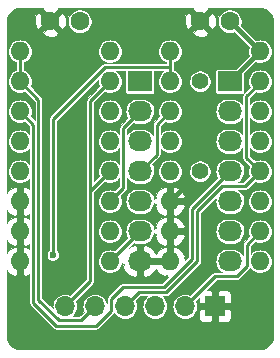
<source format=gtl>
%TF.GenerationSoftware,KiCad,Pcbnew,4.0.4-stable*%
%TF.CreationDate,2017-06-23T15:39:11+02:00*%
%TF.ProjectId,potmux,706F746D75782E6B696361645F706362,2*%
%TF.FileFunction,Copper,L1,Top,Signal*%
%FSLAX46Y46*%
G04 Gerber Fmt 4.6, Leading zero omitted, Abs format (unit mm)*
G04 Created by KiCad (PCBNEW 4.0.4-stable) date 06/23/17 15:39:11*
%MOMM*%
%LPD*%
G01*
G04 APERTURE LIST*
%ADD10C,0.100000*%
%ADD11R,2.032000X1.727200*%
%ADD12O,2.032000X1.727200*%
%ADD13C,1.397000*%
%ADD14R,1.700000X1.700000*%
%ADD15O,1.700000X1.700000*%
%ADD16O,1.600000X1.600000*%
%ADD17C,1.600000*%
%ADD18C,0.600000*%
%ADD19C,0.381000*%
%ADD20C,0.250000*%
%ADD21C,0.025400*%
G04 APERTURE END LIST*
D10*
D11*
X142240000Y-96520000D03*
D12*
X142240000Y-99060000D03*
X142240000Y-101600000D03*
X142240000Y-104140000D03*
X142240000Y-106680000D03*
X142240000Y-109220000D03*
X142240000Y-111760000D03*
D11*
X149860000Y-96520000D03*
D12*
X149860000Y-99060000D03*
X149860000Y-101600000D03*
X149860000Y-104140000D03*
X149860000Y-106680000D03*
X149860000Y-109220000D03*
X149860000Y-111760000D03*
D13*
X147320000Y-96520000D03*
X147320000Y-104140000D03*
D14*
X148590000Y-115570000D03*
D15*
X146050000Y-115570000D03*
X143510000Y-115570000D03*
X140970000Y-115570000D03*
X138430000Y-115570000D03*
X135890000Y-115570000D03*
D16*
X144780000Y-93980000D03*
X144780000Y-96520000D03*
X144780000Y-99060000D03*
X144780000Y-101600000D03*
X144780000Y-104140000D03*
X144780000Y-106680000D03*
X144780000Y-109220000D03*
X144780000Y-111760000D03*
X152400000Y-111760000D03*
X152400000Y-109220000D03*
X152400000Y-106680000D03*
X152400000Y-104140000D03*
X152400000Y-101600000D03*
X152400000Y-99060000D03*
X152400000Y-96520000D03*
X152400000Y-93980000D03*
X132080000Y-93980000D03*
X132080000Y-96520000D03*
X132080000Y-99060000D03*
X132080000Y-101600000D03*
X132080000Y-104140000D03*
X132080000Y-106680000D03*
X132080000Y-109220000D03*
X132080000Y-111760000D03*
X139700000Y-111760000D03*
X139700000Y-109220000D03*
X139700000Y-106680000D03*
X139700000Y-104140000D03*
X139700000Y-101600000D03*
X139700000Y-99060000D03*
X139700000Y-96520000D03*
X139700000Y-93980000D03*
D17*
X137160000Y-91440000D03*
X134660000Y-91440000D03*
X149860000Y-91440000D03*
X147360000Y-91440000D03*
D18*
X134867800Y-111234500D03*
D19*
X149860000Y-96520000D02*
X152400000Y-93980000D01*
X152400000Y-93980000D02*
X149860000Y-91440000D01*
X146000300Y-93980000D02*
X146000300Y-92660300D01*
X137160000Y-93940000D02*
X134660000Y-91440000D01*
X137160000Y-93980000D02*
X137160000Y-93940000D01*
X139700000Y-91440000D02*
X137160000Y-93980000D01*
X144780000Y-91440000D02*
X139700000Y-91440000D01*
X146000300Y-92660300D02*
X144780000Y-91440000D01*
X146000300Y-95250000D02*
X146000300Y-93980000D01*
X146000300Y-93980000D02*
X146000300Y-92799700D01*
X146000300Y-92799700D02*
X147360000Y-91440000D01*
X146000300Y-104140000D02*
X146000300Y-105459700D01*
X146000300Y-105459700D02*
X144780000Y-106680000D01*
X132080000Y-109220000D02*
X132080000Y-106680000D01*
X144780000Y-109220000D02*
X144780000Y-106680000D01*
X144780000Y-111760000D02*
X144780000Y-109220000D01*
X142240000Y-111760000D02*
X143646800Y-111760000D01*
X144780000Y-111760000D02*
X143646800Y-111760000D01*
X132080000Y-111760000D02*
X132080000Y-109220000D01*
X146000300Y-95250000D02*
X146000300Y-104140000D01*
D20*
X140848900Y-102870000D02*
X140848900Y-100451100D01*
X140848900Y-102870000D02*
X140848900Y-105531100D01*
X140848900Y-105531100D02*
X139700000Y-106680000D01*
X140848900Y-100451100D02*
X142240000Y-99060000D01*
X143654700Y-101600000D02*
X143654700Y-102725300D01*
X143654700Y-102725300D02*
X142240000Y-104140000D01*
X143654700Y-101600000D02*
X143654700Y-100185300D01*
X143654700Y-100185300D02*
X144780000Y-99060000D01*
X139700000Y-111760000D02*
X142240000Y-109220000D01*
X138049000Y-106172000D02*
X138049000Y-98171000D01*
X138049000Y-98171000D02*
X138176000Y-98044000D01*
X138049000Y-105791000D02*
X138049000Y-106172000D01*
X138049000Y-106172000D02*
X138049000Y-113411000D01*
X138049000Y-113411000D02*
X135890000Y-115570000D01*
X138049000Y-98171000D02*
X138176000Y-98044000D01*
X138176000Y-98044000D02*
X139700000Y-96520000D01*
X138049000Y-105791000D02*
X139700000Y-104140000D01*
X133655600Y-98939500D02*
X133655600Y-98095600D01*
X133655600Y-98095600D02*
X132080000Y-96520000D01*
X135890000Y-116745300D02*
X137254700Y-116745300D01*
X137254700Y-116745300D02*
X138430000Y-115570000D01*
X132080000Y-96520000D02*
X132080000Y-93980000D01*
X133655600Y-98939500D02*
X133655600Y-98939500D01*
X133655600Y-115016000D02*
X133655600Y-98939500D01*
X135384900Y-116745300D02*
X133655600Y-115016000D01*
X135890000Y-116745300D02*
X135384900Y-116745300D01*
X152400000Y-96520000D02*
X152400000Y-96647000D01*
X152400000Y-96647000D02*
X151257000Y-97790000D01*
X151257000Y-97790000D02*
X151257000Y-102997000D01*
X151257000Y-102997000D02*
X152400000Y-104140000D01*
X143510000Y-114394700D02*
X144458500Y-114394700D01*
X144458500Y-114394700D02*
X147096002Y-111757198D01*
X151130000Y-105410000D02*
X152400000Y-104140000D01*
X149226398Y-105410000D02*
X151130000Y-105410000D01*
X147096002Y-107540396D02*
X149226398Y-105410000D01*
X147096002Y-111757198D02*
X147096002Y-107540396D01*
X143510000Y-114394700D02*
X142145300Y-114394700D01*
X142145300Y-114394700D02*
X140970000Y-115570000D01*
X152400000Y-104140000D02*
X152400000Y-103627600D01*
X134867800Y-99742700D02*
X134867800Y-111234500D01*
X139281100Y-95329400D02*
X134867800Y-99742700D01*
X144780000Y-95329400D02*
X139281100Y-95329400D01*
X144780000Y-93980000D02*
X144780000Y-95329400D01*
X144780000Y-95329400D02*
X144780000Y-96520000D01*
X150114000Y-113030000D02*
X148590000Y-113030000D01*
X148590000Y-113030000D02*
X146050000Y-115570000D01*
X150114000Y-113030000D02*
X150449500Y-113030000D01*
X150449500Y-113030000D02*
X151274700Y-112204800D01*
X151274700Y-112204800D02*
X151274700Y-111760000D01*
X151274700Y-110345300D02*
X152400000Y-109220000D01*
X151274700Y-111760000D02*
X151274700Y-110345300D01*
X142748000Y-113944698D02*
X140817302Y-113944698D01*
X140817302Y-113944698D02*
X139954000Y-114808000D01*
X143510000Y-113944698D02*
X142748000Y-113944698D01*
X139788600Y-115570000D02*
X139788600Y-114973400D01*
X133205300Y-101600000D02*
X133205300Y-115262600D01*
X133205300Y-115262600D02*
X135155100Y-117212400D01*
X135155100Y-117212400D02*
X138552900Y-117212400D01*
X138552900Y-117212400D02*
X139788600Y-115976700D01*
X139788600Y-115976700D02*
X139788600Y-115570000D01*
X133205300Y-100185300D02*
X132080000Y-99060000D01*
X133205300Y-101600000D02*
X133205300Y-100185300D01*
X139788600Y-114973400D02*
X139954000Y-114808000D01*
X146646000Y-111570802D02*
X146646000Y-107354000D01*
X144272104Y-113944698D02*
X146646000Y-111570802D01*
X143510000Y-113944698D02*
X144272104Y-113944698D01*
X146646000Y-107354000D02*
X149860000Y-104140000D01*
D21*
G36*
X134001656Y-90440406D02*
X134660000Y-91098750D01*
X135318344Y-90440406D01*
X135271800Y-90333900D01*
X146748200Y-90333900D01*
X146701656Y-90440406D01*
X147360000Y-91098750D01*
X148018344Y-90440406D01*
X147971800Y-90333900D01*
X152391981Y-90333900D01*
X152614689Y-90355737D01*
X152821206Y-90418088D01*
X153011670Y-90519360D01*
X153178841Y-90655701D01*
X153316345Y-90821914D01*
X153418948Y-91011674D01*
X153482739Y-91217747D01*
X153506099Y-91440008D01*
X153506100Y-91440287D01*
X153506100Y-118101981D01*
X153484263Y-118324689D01*
X153421912Y-118531206D01*
X153320641Y-118721670D01*
X153184299Y-118888841D01*
X153018083Y-119026348D01*
X152828324Y-119128949D01*
X152622253Y-119192739D01*
X152399992Y-119216099D01*
X152399713Y-119216100D01*
X132088019Y-119216100D01*
X131865311Y-119194263D01*
X131658794Y-119131912D01*
X131468330Y-119030641D01*
X131301159Y-118894299D01*
X131163652Y-118728083D01*
X131061051Y-118538324D01*
X130997261Y-118332253D01*
X130973901Y-118109992D01*
X130973900Y-118109713D01*
X130973900Y-112470960D01*
X131021400Y-112549709D01*
X131195805Y-112741058D01*
X131404189Y-112894705D01*
X131638544Y-113004746D01*
X131838700Y-112928305D01*
X131838700Y-112001300D01*
X131818700Y-112001300D01*
X131818700Y-111518700D01*
X131838700Y-111518700D01*
X131838700Y-110591695D01*
X131638544Y-110515254D01*
X131404189Y-110625295D01*
X131195805Y-110778942D01*
X131021400Y-110970291D01*
X130973900Y-111049040D01*
X130973900Y-109930960D01*
X131021400Y-110009709D01*
X131195805Y-110201058D01*
X131404189Y-110354705D01*
X131638544Y-110464746D01*
X131838700Y-110388305D01*
X131838700Y-109461300D01*
X131818700Y-109461300D01*
X131818700Y-108978700D01*
X131838700Y-108978700D01*
X131838700Y-108051695D01*
X131638544Y-107975254D01*
X131404189Y-108085295D01*
X131195805Y-108238942D01*
X131021400Y-108430291D01*
X130973900Y-108509040D01*
X130973900Y-107390960D01*
X131021400Y-107469709D01*
X131195805Y-107661058D01*
X131404189Y-107814705D01*
X131638544Y-107924746D01*
X131838700Y-107848305D01*
X131838700Y-106921300D01*
X131818700Y-106921300D01*
X131818700Y-106438700D01*
X131838700Y-106438700D01*
X131838700Y-105511695D01*
X131638544Y-105435254D01*
X131404189Y-105545295D01*
X131195805Y-105698942D01*
X131021400Y-105890291D01*
X130973900Y-105969040D01*
X130973900Y-93972930D01*
X131062425Y-93972930D01*
X131080338Y-94169761D01*
X131136141Y-94359364D01*
X131227709Y-94534517D01*
X131351554Y-94688549D01*
X131502958Y-94815592D01*
X131676155Y-94910808D01*
X131742300Y-94931791D01*
X131742300Y-95567677D01*
X131689190Y-95583712D01*
X131514680Y-95676501D01*
X131361517Y-95801418D01*
X131235534Y-95953705D01*
X131141529Y-96127563D01*
X131083084Y-96316368D01*
X131062425Y-96512930D01*
X131080338Y-96709761D01*
X131136141Y-96899364D01*
X131227709Y-97074517D01*
X131351554Y-97228549D01*
X131502958Y-97355592D01*
X131676155Y-97450808D01*
X131864548Y-97510570D01*
X132060960Y-97532601D01*
X132075100Y-97532700D01*
X132084900Y-97532700D01*
X132281601Y-97513413D01*
X132470810Y-97456288D01*
X132515138Y-97432718D01*
X133317900Y-98235480D01*
X133317900Y-99820320D01*
X132994447Y-99496867D01*
X133018471Y-99452437D01*
X133076916Y-99263632D01*
X133097575Y-99067070D01*
X133079662Y-98870239D01*
X133023859Y-98680636D01*
X132932291Y-98505483D01*
X132808446Y-98351451D01*
X132657042Y-98224408D01*
X132483845Y-98129192D01*
X132295452Y-98069430D01*
X132099040Y-98047399D01*
X132084900Y-98047300D01*
X132075100Y-98047300D01*
X131878399Y-98066587D01*
X131689190Y-98123712D01*
X131514680Y-98216501D01*
X131361517Y-98341418D01*
X131235534Y-98493705D01*
X131141529Y-98667563D01*
X131083084Y-98856368D01*
X131062425Y-99052930D01*
X131080338Y-99249761D01*
X131136141Y-99439364D01*
X131227709Y-99614517D01*
X131351554Y-99768549D01*
X131502958Y-99895592D01*
X131676155Y-99990808D01*
X131864548Y-100050570D01*
X132060960Y-100072601D01*
X132075100Y-100072700D01*
X132084900Y-100072700D01*
X132281601Y-100053413D01*
X132470810Y-99996288D01*
X132515138Y-99972718D01*
X132867600Y-100325180D01*
X132867600Y-100965024D01*
X132808446Y-100891451D01*
X132657042Y-100764408D01*
X132483845Y-100669192D01*
X132295452Y-100609430D01*
X132099040Y-100587399D01*
X132084900Y-100587300D01*
X132075100Y-100587300D01*
X131878399Y-100606587D01*
X131689190Y-100663712D01*
X131514680Y-100756501D01*
X131361517Y-100881418D01*
X131235534Y-101033705D01*
X131141529Y-101207563D01*
X131083084Y-101396368D01*
X131062425Y-101592930D01*
X131080338Y-101789761D01*
X131136141Y-101979364D01*
X131227709Y-102154517D01*
X131351554Y-102308549D01*
X131502958Y-102435592D01*
X131676155Y-102530808D01*
X131864548Y-102590570D01*
X132060960Y-102612601D01*
X132075100Y-102612700D01*
X132084900Y-102612700D01*
X132281601Y-102593413D01*
X132470810Y-102536288D01*
X132645320Y-102443499D01*
X132798483Y-102318582D01*
X132867600Y-102235034D01*
X132867600Y-103505024D01*
X132808446Y-103431451D01*
X132657042Y-103304408D01*
X132483845Y-103209192D01*
X132295452Y-103149430D01*
X132099040Y-103127399D01*
X132084900Y-103127300D01*
X132075100Y-103127300D01*
X131878399Y-103146587D01*
X131689190Y-103203712D01*
X131514680Y-103296501D01*
X131361517Y-103421418D01*
X131235534Y-103573705D01*
X131141529Y-103747563D01*
X131083084Y-103936368D01*
X131062425Y-104132930D01*
X131080338Y-104329761D01*
X131136141Y-104519364D01*
X131227709Y-104694517D01*
X131351554Y-104848549D01*
X131502958Y-104975592D01*
X131676155Y-105070808D01*
X131864548Y-105130570D01*
X132060960Y-105152601D01*
X132075100Y-105152700D01*
X132084900Y-105152700D01*
X132281601Y-105133413D01*
X132470810Y-105076288D01*
X132645320Y-104983499D01*
X132798483Y-104858582D01*
X132867600Y-104775034D01*
X132867600Y-105627720D01*
X132755811Y-105545295D01*
X132521456Y-105435254D01*
X132321300Y-105511695D01*
X132321300Y-106438700D01*
X132341300Y-106438700D01*
X132341300Y-106921300D01*
X132321300Y-106921300D01*
X132321300Y-107848305D01*
X132521456Y-107924746D01*
X132755811Y-107814705D01*
X132867600Y-107732280D01*
X132867600Y-108167720D01*
X132755811Y-108085295D01*
X132521456Y-107975254D01*
X132321300Y-108051695D01*
X132321300Y-108978700D01*
X132341300Y-108978700D01*
X132341300Y-109461300D01*
X132321300Y-109461300D01*
X132321300Y-110388305D01*
X132521456Y-110464746D01*
X132755811Y-110354705D01*
X132867600Y-110272280D01*
X132867600Y-110707720D01*
X132755811Y-110625295D01*
X132521456Y-110515254D01*
X132321300Y-110591695D01*
X132321300Y-111518700D01*
X132341300Y-111518700D01*
X132341300Y-112001300D01*
X132321300Y-112001300D01*
X132321300Y-112928305D01*
X132521456Y-113004746D01*
X132755811Y-112894705D01*
X132867600Y-112812280D01*
X132867600Y-115262600D01*
X132870649Y-115293696D01*
X132873363Y-115324721D01*
X132873857Y-115326423D01*
X132874031Y-115328193D01*
X132883046Y-115358050D01*
X132891750Y-115388011D01*
X132892569Y-115389591D01*
X132893081Y-115391287D01*
X132907723Y-115418825D01*
X132922081Y-115446524D01*
X132923187Y-115447909D01*
X132924022Y-115449480D01*
X132943741Y-115473658D01*
X132963199Y-115498033D01*
X132965638Y-115500506D01*
X132965678Y-115500555D01*
X132965724Y-115500593D01*
X132966510Y-115501390D01*
X134916310Y-117451190D01*
X134940452Y-117471021D01*
X134964311Y-117491041D01*
X134965865Y-117491895D01*
X134967239Y-117493024D01*
X134994743Y-117507771D01*
X135022066Y-117522792D01*
X135023760Y-117523329D01*
X135025324Y-117524168D01*
X135055182Y-117533297D01*
X135084888Y-117542720D01*
X135086649Y-117542917D01*
X135088351Y-117543438D01*
X135119429Y-117546595D01*
X135150385Y-117550067D01*
X135153856Y-117550091D01*
X135153922Y-117550098D01*
X135153984Y-117550092D01*
X135155100Y-117550100D01*
X138552900Y-117550100D01*
X138583996Y-117547051D01*
X138615021Y-117544337D01*
X138616723Y-117543843D01*
X138618493Y-117543669D01*
X138648350Y-117534654D01*
X138678311Y-117525950D01*
X138679891Y-117525131D01*
X138681587Y-117524619D01*
X138709125Y-117509977D01*
X138736824Y-117495619D01*
X138738209Y-117494513D01*
X138739780Y-117493678D01*
X138763958Y-117473959D01*
X138788333Y-117454501D01*
X138790806Y-117452062D01*
X138790855Y-117452022D01*
X138790893Y-117451976D01*
X138791690Y-117451190D01*
X140027390Y-116215490D01*
X140047221Y-116191348D01*
X140067241Y-116167489D01*
X140068095Y-116165935D01*
X140069224Y-116164561D01*
X140077427Y-116149262D01*
X140084855Y-116163231D01*
X140215939Y-116323957D01*
X140375746Y-116456160D01*
X140558187Y-116554806D01*
X140756314Y-116616137D01*
X140962581Y-116637816D01*
X141169130Y-116619019D01*
X141368094Y-116560460D01*
X141551895Y-116464371D01*
X141713532Y-116334412D01*
X141846848Y-116175532D01*
X141946765Y-115993784D01*
X142009477Y-115796090D01*
X142032596Y-115589980D01*
X142032700Y-115575142D01*
X142032700Y-115564858D01*
X142012461Y-115358445D01*
X141952515Y-115159895D01*
X141919596Y-115097984D01*
X142285180Y-114732400D01*
X142857496Y-114732400D01*
X142766468Y-114805588D01*
X142633152Y-114964468D01*
X142533235Y-115146216D01*
X142470523Y-115343910D01*
X142447404Y-115550020D01*
X142447300Y-115564858D01*
X142447300Y-115575142D01*
X142467539Y-115781555D01*
X142527485Y-115980105D01*
X142624855Y-116163231D01*
X142755939Y-116323957D01*
X142915746Y-116456160D01*
X143098187Y-116554806D01*
X143296314Y-116616137D01*
X143502581Y-116637816D01*
X143709130Y-116619019D01*
X143908094Y-116560460D01*
X144091895Y-116464371D01*
X144253532Y-116334412D01*
X144386848Y-116175532D01*
X144486765Y-115993784D01*
X144549477Y-115796090D01*
X144572596Y-115589980D01*
X144572700Y-115575142D01*
X144572700Y-115564858D01*
X144987300Y-115564858D01*
X144987300Y-115575142D01*
X145007539Y-115781555D01*
X145067485Y-115980105D01*
X145164855Y-116163231D01*
X145295939Y-116323957D01*
X145455746Y-116456160D01*
X145638187Y-116554806D01*
X145836314Y-116616137D01*
X146042581Y-116637816D01*
X146249130Y-116619019D01*
X146448094Y-116560460D01*
X146631895Y-116464371D01*
X146793532Y-116334412D01*
X146926848Y-116175532D01*
X147026765Y-115993784D01*
X147043358Y-115941475D01*
X147219300Y-115941475D01*
X147219300Y-116471284D01*
X147239310Y-116571882D01*
X147278561Y-116666644D01*
X147335546Y-116751927D01*
X147408073Y-116824454D01*
X147493356Y-116881438D01*
X147588117Y-116920690D01*
X147688715Y-116940700D01*
X148218525Y-116940700D01*
X148348700Y-116810525D01*
X148348700Y-115811300D01*
X148831300Y-115811300D01*
X148831300Y-116810525D01*
X148961475Y-116940700D01*
X149491285Y-116940700D01*
X149591883Y-116920690D01*
X149686644Y-116881438D01*
X149771927Y-116824454D01*
X149844454Y-116751927D01*
X149901439Y-116666644D01*
X149940690Y-116571882D01*
X149960700Y-116471284D01*
X149960700Y-115941475D01*
X149830525Y-115811300D01*
X148831300Y-115811300D01*
X148348700Y-115811300D01*
X147349475Y-115811300D01*
X147219300Y-115941475D01*
X147043358Y-115941475D01*
X147089477Y-115796090D01*
X147112596Y-115589980D01*
X147112700Y-115575142D01*
X147112700Y-115564858D01*
X147092461Y-115358445D01*
X147032515Y-115159895D01*
X146999596Y-115097984D01*
X147219300Y-114878280D01*
X147219300Y-115198525D01*
X147349475Y-115328700D01*
X148348700Y-115328700D01*
X148348700Y-114329475D01*
X148831300Y-114329475D01*
X148831300Y-115328700D01*
X149830525Y-115328700D01*
X149960700Y-115198525D01*
X149960700Y-114668716D01*
X149940690Y-114568118D01*
X149901439Y-114473356D01*
X149844454Y-114388073D01*
X149771927Y-114315546D01*
X149686644Y-114258562D01*
X149591883Y-114219310D01*
X149491285Y-114199300D01*
X148961475Y-114199300D01*
X148831300Y-114329475D01*
X148348700Y-114329475D01*
X148218525Y-114199300D01*
X147898280Y-114199300D01*
X148729880Y-113367700D01*
X150449500Y-113367700D01*
X150480596Y-113364651D01*
X150511621Y-113361937D01*
X150513323Y-113361443D01*
X150515093Y-113361269D01*
X150544950Y-113352254D01*
X150574911Y-113343550D01*
X150576491Y-113342731D01*
X150578187Y-113342219D01*
X150605725Y-113327577D01*
X150633424Y-113313219D01*
X150634809Y-113312113D01*
X150636380Y-113311278D01*
X150660558Y-113291559D01*
X150684933Y-113272101D01*
X150687406Y-113269662D01*
X150687455Y-113269622D01*
X150687493Y-113269576D01*
X150688290Y-113268790D01*
X151513490Y-112443590D01*
X151533321Y-112419448D01*
X151553341Y-112395589D01*
X151554195Y-112394035D01*
X151555324Y-112392661D01*
X151570081Y-112365139D01*
X151577524Y-112351600D01*
X151671554Y-112468549D01*
X151822958Y-112595592D01*
X151996155Y-112690808D01*
X152184548Y-112750570D01*
X152380960Y-112772601D01*
X152395100Y-112772700D01*
X152404900Y-112772700D01*
X152601601Y-112753413D01*
X152790810Y-112696288D01*
X152965320Y-112603499D01*
X153118483Y-112478582D01*
X153244466Y-112326295D01*
X153338471Y-112152437D01*
X153396916Y-111963632D01*
X153417575Y-111767070D01*
X153399662Y-111570239D01*
X153343859Y-111380636D01*
X153252291Y-111205483D01*
X153128446Y-111051451D01*
X152977042Y-110924408D01*
X152803845Y-110829192D01*
X152615452Y-110769430D01*
X152419040Y-110747399D01*
X152404900Y-110747300D01*
X152395100Y-110747300D01*
X152198399Y-110766587D01*
X152009190Y-110823712D01*
X151834680Y-110916501D01*
X151681517Y-111041418D01*
X151612400Y-111124966D01*
X151612400Y-110485180D01*
X151964290Y-110133290D01*
X151996155Y-110150808D01*
X152184548Y-110210570D01*
X152380960Y-110232601D01*
X152395100Y-110232700D01*
X152404900Y-110232700D01*
X152601601Y-110213413D01*
X152790810Y-110156288D01*
X152965320Y-110063499D01*
X153118483Y-109938582D01*
X153244466Y-109786295D01*
X153338471Y-109612437D01*
X153396916Y-109423632D01*
X153417575Y-109227070D01*
X153399662Y-109030239D01*
X153343859Y-108840636D01*
X153252291Y-108665483D01*
X153128446Y-108511451D01*
X152977042Y-108384408D01*
X152803845Y-108289192D01*
X152615452Y-108229430D01*
X152419040Y-108207399D01*
X152404900Y-108207300D01*
X152395100Y-108207300D01*
X152198399Y-108226587D01*
X152009190Y-108283712D01*
X151834680Y-108376501D01*
X151681517Y-108501418D01*
X151555534Y-108653705D01*
X151461529Y-108827563D01*
X151403084Y-109016368D01*
X151382425Y-109212930D01*
X151400338Y-109409761D01*
X151456141Y-109599364D01*
X151485980Y-109656440D01*
X151035910Y-110106510D01*
X151016079Y-110130652D01*
X150996059Y-110154511D01*
X150995205Y-110156065D01*
X150994076Y-110157439D01*
X150979319Y-110184961D01*
X150964308Y-110212266D01*
X150963771Y-110213957D01*
X150962932Y-110215523D01*
X150953799Y-110245396D01*
X150944380Y-110275088D01*
X150944183Y-110276848D01*
X150943662Y-110278551D01*
X150940505Y-110309634D01*
X150937033Y-110340585D01*
X150937009Y-110344055D01*
X150937002Y-110344121D01*
X150937008Y-110344183D01*
X150937000Y-110345300D01*
X150937000Y-111205177D01*
X150918954Y-111170658D01*
X150787332Y-111006952D01*
X150626419Y-110871930D01*
X150442345Y-110770735D01*
X150242120Y-110707220D01*
X150033372Y-110683805D01*
X150018345Y-110683700D01*
X149701655Y-110683700D01*
X149492601Y-110704198D01*
X149291509Y-110764911D01*
X149106040Y-110863527D01*
X148943257Y-110996289D01*
X148809362Y-111158141D01*
X148709454Y-111342917D01*
X148647338Y-111543580D01*
X148625381Y-111752486D01*
X148644419Y-111961679D01*
X148703727Y-112163189D01*
X148801046Y-112349342D01*
X148932668Y-112513048D01*
X149093581Y-112648070D01*
X149174035Y-112692300D01*
X148590000Y-112692300D01*
X148558904Y-112695349D01*
X148527879Y-112698063D01*
X148526177Y-112698557D01*
X148524407Y-112698731D01*
X148494504Y-112707760D01*
X148464589Y-112716451D01*
X148463014Y-112717267D01*
X148461313Y-112717781D01*
X148433740Y-112732442D01*
X148406076Y-112746781D01*
X148404691Y-112747887D01*
X148403120Y-112748722D01*
X148378912Y-112768466D01*
X148354567Y-112787900D01*
X148352096Y-112790336D01*
X148352045Y-112790378D01*
X148352006Y-112790425D01*
X148351210Y-112791210D01*
X146523741Y-114618679D01*
X146461813Y-114585194D01*
X146263686Y-114523863D01*
X146057419Y-114502184D01*
X145850870Y-114520981D01*
X145651906Y-114579540D01*
X145468105Y-114675629D01*
X145306468Y-114805588D01*
X145173152Y-114964468D01*
X145073235Y-115146216D01*
X145010523Y-115343910D01*
X144987404Y-115550020D01*
X144987300Y-115564858D01*
X144572700Y-115564858D01*
X144552461Y-115358445D01*
X144492515Y-115159895D01*
X144395145Y-114976769D01*
X144264061Y-114816043D01*
X144162953Y-114732400D01*
X144458500Y-114732400D01*
X144489596Y-114729351D01*
X144520621Y-114726637D01*
X144522323Y-114726143D01*
X144524093Y-114725969D01*
X144553950Y-114716954D01*
X144583911Y-114708250D01*
X144585491Y-114707431D01*
X144587187Y-114706919D01*
X144614725Y-114692277D01*
X144642424Y-114677919D01*
X144643809Y-114676813D01*
X144645380Y-114675978D01*
X144669558Y-114656259D01*
X144693933Y-114636801D01*
X144696406Y-114634362D01*
X144696455Y-114634322D01*
X144696493Y-114634276D01*
X144697290Y-114633490D01*
X147334792Y-111995988D01*
X147354623Y-111971846D01*
X147374643Y-111947987D01*
X147375497Y-111946433D01*
X147376626Y-111945059D01*
X147391383Y-111917537D01*
X147406394Y-111890232D01*
X147406931Y-111888541D01*
X147407770Y-111886975D01*
X147416907Y-111857090D01*
X147426322Y-111827410D01*
X147426519Y-111825651D01*
X147427040Y-111823948D01*
X147430198Y-111792859D01*
X147433669Y-111761913D01*
X147433693Y-111758443D01*
X147433700Y-111758377D01*
X147433694Y-111758315D01*
X147433702Y-111757198D01*
X147433702Y-109212486D01*
X148625381Y-109212486D01*
X148644419Y-109421679D01*
X148703727Y-109623189D01*
X148801046Y-109809342D01*
X148932668Y-109973048D01*
X149093581Y-110108070D01*
X149277655Y-110209265D01*
X149477880Y-110272780D01*
X149686628Y-110296195D01*
X149701655Y-110296300D01*
X150018345Y-110296300D01*
X150227399Y-110275802D01*
X150428491Y-110215089D01*
X150613960Y-110116473D01*
X150776743Y-109983711D01*
X150910638Y-109821859D01*
X151010546Y-109637083D01*
X151072662Y-109436420D01*
X151094619Y-109227514D01*
X151075581Y-109018321D01*
X151016273Y-108816811D01*
X150918954Y-108630658D01*
X150787332Y-108466952D01*
X150626419Y-108331930D01*
X150442345Y-108230735D01*
X150242120Y-108167220D01*
X150033372Y-108143805D01*
X150018345Y-108143700D01*
X149701655Y-108143700D01*
X149492601Y-108164198D01*
X149291509Y-108224911D01*
X149106040Y-108323527D01*
X148943257Y-108456289D01*
X148809362Y-108618141D01*
X148709454Y-108802917D01*
X148647338Y-109003580D01*
X148625381Y-109212486D01*
X147433702Y-109212486D01*
X147433702Y-107680276D01*
X148646979Y-106466999D01*
X148625381Y-106672486D01*
X148644419Y-106881679D01*
X148703727Y-107083189D01*
X148801046Y-107269342D01*
X148932668Y-107433048D01*
X149093581Y-107568070D01*
X149277655Y-107669265D01*
X149477880Y-107732780D01*
X149686628Y-107756195D01*
X149701655Y-107756300D01*
X150018345Y-107756300D01*
X150227399Y-107735802D01*
X150428491Y-107675089D01*
X150613960Y-107576473D01*
X150776743Y-107443711D01*
X150910638Y-107281859D01*
X151010546Y-107097083D01*
X151072662Y-106896420D01*
X151094619Y-106687514D01*
X151093292Y-106672930D01*
X151382425Y-106672930D01*
X151400338Y-106869761D01*
X151456141Y-107059364D01*
X151547709Y-107234517D01*
X151671554Y-107388549D01*
X151822958Y-107515592D01*
X151996155Y-107610808D01*
X152184548Y-107670570D01*
X152380960Y-107692601D01*
X152395100Y-107692700D01*
X152404900Y-107692700D01*
X152601601Y-107673413D01*
X152790810Y-107616288D01*
X152965320Y-107523499D01*
X153118483Y-107398582D01*
X153244466Y-107246295D01*
X153338471Y-107072437D01*
X153396916Y-106883632D01*
X153417575Y-106687070D01*
X153399662Y-106490239D01*
X153343859Y-106300636D01*
X153252291Y-106125483D01*
X153128446Y-105971451D01*
X152977042Y-105844408D01*
X152803845Y-105749192D01*
X152615452Y-105689430D01*
X152419040Y-105667399D01*
X152404900Y-105667300D01*
X152395100Y-105667300D01*
X152198399Y-105686587D01*
X152009190Y-105743712D01*
X151834680Y-105836501D01*
X151681517Y-105961418D01*
X151555534Y-106113705D01*
X151461529Y-106287563D01*
X151403084Y-106476368D01*
X151382425Y-106672930D01*
X151093292Y-106672930D01*
X151075581Y-106478321D01*
X151016273Y-106276811D01*
X150918954Y-106090658D01*
X150787332Y-105926952D01*
X150626419Y-105791930D01*
X150545965Y-105747700D01*
X151130000Y-105747700D01*
X151161096Y-105744651D01*
X151192121Y-105741937D01*
X151193823Y-105741443D01*
X151195593Y-105741269D01*
X151225450Y-105732254D01*
X151255411Y-105723550D01*
X151256991Y-105722731D01*
X151258687Y-105722219D01*
X151286225Y-105707577D01*
X151313924Y-105693219D01*
X151315309Y-105692113D01*
X151316880Y-105691278D01*
X151341058Y-105671559D01*
X151365433Y-105652101D01*
X151367906Y-105649662D01*
X151367955Y-105649622D01*
X151367993Y-105649576D01*
X151368790Y-105648790D01*
X151964290Y-105053290D01*
X151996155Y-105070808D01*
X152184548Y-105130570D01*
X152380960Y-105152601D01*
X152395100Y-105152700D01*
X152404900Y-105152700D01*
X152601601Y-105133413D01*
X152790810Y-105076288D01*
X152965320Y-104983499D01*
X153118483Y-104858582D01*
X153244466Y-104706295D01*
X153338471Y-104532437D01*
X153396916Y-104343632D01*
X153417575Y-104147070D01*
X153399662Y-103950239D01*
X153343859Y-103760636D01*
X153252291Y-103585483D01*
X153128446Y-103431451D01*
X152977042Y-103304408D01*
X152803845Y-103209192D01*
X152615452Y-103149430D01*
X152419040Y-103127399D01*
X152404900Y-103127300D01*
X152395100Y-103127300D01*
X152198399Y-103146587D01*
X152009190Y-103203712D01*
X151964862Y-103227282D01*
X151594700Y-102857120D01*
X151594700Y-102212962D01*
X151671554Y-102308549D01*
X151822958Y-102435592D01*
X151996155Y-102530808D01*
X152184548Y-102590570D01*
X152380960Y-102612601D01*
X152395100Y-102612700D01*
X152404900Y-102612700D01*
X152601601Y-102593413D01*
X152790810Y-102536288D01*
X152965320Y-102443499D01*
X153118483Y-102318582D01*
X153244466Y-102166295D01*
X153338471Y-101992437D01*
X153396916Y-101803632D01*
X153417575Y-101607070D01*
X153399662Y-101410239D01*
X153343859Y-101220636D01*
X153252291Y-101045483D01*
X153128446Y-100891451D01*
X152977042Y-100764408D01*
X152803845Y-100669192D01*
X152615452Y-100609430D01*
X152419040Y-100587399D01*
X152404900Y-100587300D01*
X152395100Y-100587300D01*
X152198399Y-100606587D01*
X152009190Y-100663712D01*
X151834680Y-100756501D01*
X151681517Y-100881418D01*
X151594700Y-100986362D01*
X151594700Y-99672962D01*
X151671554Y-99768549D01*
X151822958Y-99895592D01*
X151996155Y-99990808D01*
X152184548Y-100050570D01*
X152380960Y-100072601D01*
X152395100Y-100072700D01*
X152404900Y-100072700D01*
X152601601Y-100053413D01*
X152790810Y-99996288D01*
X152965320Y-99903499D01*
X153118483Y-99778582D01*
X153244466Y-99626295D01*
X153338471Y-99452437D01*
X153396916Y-99263632D01*
X153417575Y-99067070D01*
X153399662Y-98870239D01*
X153343859Y-98680636D01*
X153252291Y-98505483D01*
X153128446Y-98351451D01*
X152977042Y-98224408D01*
X152803845Y-98129192D01*
X152615452Y-98069430D01*
X152419040Y-98047399D01*
X152404900Y-98047300D01*
X152395100Y-98047300D01*
X152198399Y-98066587D01*
X152009190Y-98123712D01*
X151834680Y-98216501D01*
X151681517Y-98341418D01*
X151594700Y-98446362D01*
X151594700Y-97929880D01*
X152055080Y-97469500D01*
X152184548Y-97510570D01*
X152380960Y-97532601D01*
X152395100Y-97532700D01*
X152404900Y-97532700D01*
X152601601Y-97513413D01*
X152790810Y-97456288D01*
X152965320Y-97363499D01*
X153118483Y-97238582D01*
X153244466Y-97086295D01*
X153338471Y-96912437D01*
X153396916Y-96723632D01*
X153417575Y-96527070D01*
X153399662Y-96330239D01*
X153343859Y-96140636D01*
X153252291Y-95965483D01*
X153128446Y-95811451D01*
X152977042Y-95684408D01*
X152803845Y-95589192D01*
X152615452Y-95529430D01*
X152419040Y-95507399D01*
X152404900Y-95507300D01*
X152395100Y-95507300D01*
X152198399Y-95526587D01*
X152009190Y-95583712D01*
X151834680Y-95676501D01*
X151681517Y-95801418D01*
X151555534Y-95953705D01*
X151461529Y-96127563D01*
X151403084Y-96316368D01*
X151382425Y-96512930D01*
X151400338Y-96709761D01*
X151456141Y-96899364D01*
X151529580Y-97039840D01*
X151018210Y-97551210D01*
X150998379Y-97575352D01*
X150978359Y-97599211D01*
X150977505Y-97600765D01*
X150976376Y-97602139D01*
X150961619Y-97629661D01*
X150946608Y-97656966D01*
X150946071Y-97658657D01*
X150945232Y-97660223D01*
X150936099Y-97690096D01*
X150926680Y-97719788D01*
X150926483Y-97721548D01*
X150925962Y-97723251D01*
X150922805Y-97754334D01*
X150919333Y-97785285D01*
X150919309Y-97788755D01*
X150919302Y-97788821D01*
X150919308Y-97788883D01*
X150919300Y-97790000D01*
X150919300Y-98471320D01*
X150918954Y-98470658D01*
X150787332Y-98306952D01*
X150626419Y-98171930D01*
X150442345Y-98070735D01*
X150242120Y-98007220D01*
X150033372Y-97983805D01*
X150018345Y-97983700D01*
X149701655Y-97983700D01*
X149492601Y-98004198D01*
X149291509Y-98064911D01*
X149106040Y-98163527D01*
X148943257Y-98296289D01*
X148809362Y-98458141D01*
X148709454Y-98642917D01*
X148647338Y-98843580D01*
X148625381Y-99052486D01*
X148644419Y-99261679D01*
X148703727Y-99463189D01*
X148801046Y-99649342D01*
X148932668Y-99813048D01*
X149093581Y-99948070D01*
X149277655Y-100049265D01*
X149477880Y-100112780D01*
X149686628Y-100136195D01*
X149701655Y-100136300D01*
X150018345Y-100136300D01*
X150227399Y-100115802D01*
X150428491Y-100055089D01*
X150613960Y-99956473D01*
X150776743Y-99823711D01*
X150910638Y-99661859D01*
X150919300Y-99645839D01*
X150919300Y-101011320D01*
X150918954Y-101010658D01*
X150787332Y-100846952D01*
X150626419Y-100711930D01*
X150442345Y-100610735D01*
X150242120Y-100547220D01*
X150033372Y-100523805D01*
X150018345Y-100523700D01*
X149701655Y-100523700D01*
X149492601Y-100544198D01*
X149291509Y-100604911D01*
X149106040Y-100703527D01*
X148943257Y-100836289D01*
X148809362Y-100998141D01*
X148709454Y-101182917D01*
X148647338Y-101383580D01*
X148625381Y-101592486D01*
X148644419Y-101801679D01*
X148703727Y-102003189D01*
X148801046Y-102189342D01*
X148932668Y-102353048D01*
X149093581Y-102488070D01*
X149277655Y-102589265D01*
X149477880Y-102652780D01*
X149686628Y-102676195D01*
X149701655Y-102676300D01*
X150018345Y-102676300D01*
X150227399Y-102655802D01*
X150428491Y-102595089D01*
X150613960Y-102496473D01*
X150776743Y-102363711D01*
X150910638Y-102201859D01*
X150919300Y-102185839D01*
X150919300Y-102997000D01*
X150922349Y-103028096D01*
X150925063Y-103059121D01*
X150925557Y-103060823D01*
X150925731Y-103062593D01*
X150934746Y-103092450D01*
X150943450Y-103122411D01*
X150944269Y-103123991D01*
X150944781Y-103125687D01*
X150959423Y-103153225D01*
X150973781Y-103180924D01*
X150974887Y-103182309D01*
X150975722Y-103183880D01*
X150995441Y-103208058D01*
X151014899Y-103232433D01*
X151017338Y-103234906D01*
X151017378Y-103234955D01*
X151017424Y-103234993D01*
X151018210Y-103235790D01*
X151485553Y-103703133D01*
X151461529Y-103747563D01*
X151403084Y-103936368D01*
X151382425Y-104132930D01*
X151400338Y-104329761D01*
X151456141Y-104519364D01*
X151485980Y-104576440D01*
X150990120Y-105072300D01*
X150546579Y-105072300D01*
X150613960Y-105036473D01*
X150776743Y-104903711D01*
X150910638Y-104741859D01*
X151010546Y-104557083D01*
X151072662Y-104356420D01*
X151094619Y-104147514D01*
X151075581Y-103938321D01*
X151016273Y-103736811D01*
X150918954Y-103550658D01*
X150787332Y-103386952D01*
X150626419Y-103251930D01*
X150442345Y-103150735D01*
X150242120Y-103087220D01*
X150033372Y-103063805D01*
X150018345Y-103063700D01*
X149701655Y-103063700D01*
X149492601Y-103084198D01*
X149291509Y-103144911D01*
X149106040Y-103243527D01*
X148943257Y-103376289D01*
X148809362Y-103538141D01*
X148709454Y-103722917D01*
X148647338Y-103923580D01*
X148625381Y-104132486D01*
X148644419Y-104341679D01*
X148703727Y-104543189D01*
X148798310Y-104724110D01*
X146407210Y-107115210D01*
X146387379Y-107139352D01*
X146367359Y-107163211D01*
X146366505Y-107164765D01*
X146365376Y-107166139D01*
X146350619Y-107193661D01*
X146335608Y-107220966D01*
X146335071Y-107222657D01*
X146334232Y-107224223D01*
X146325099Y-107254096D01*
X146315680Y-107283788D01*
X146315483Y-107285548D01*
X146314962Y-107287251D01*
X146311805Y-107318334D01*
X146308333Y-107349285D01*
X146308309Y-107352755D01*
X146308302Y-107352821D01*
X146308308Y-107352883D01*
X146308300Y-107354000D01*
X146308300Y-111430922D01*
X146100700Y-111638522D01*
X146100700Y-111518698D01*
X145945816Y-111518698D01*
X146024735Y-111318546D01*
X145972324Y-111191988D01*
X145838600Y-110970291D01*
X145664195Y-110778942D01*
X145455811Y-110625295D01*
X145221456Y-110515254D01*
X145021300Y-110591695D01*
X145021300Y-111518700D01*
X145041300Y-111518700D01*
X145041300Y-112001300D01*
X145021300Y-112001300D01*
X145021300Y-112021300D01*
X144538700Y-112021300D01*
X144538700Y-112001300D01*
X142481300Y-112001300D01*
X142481300Y-113006359D01*
X142695543Y-113105680D01*
X142952247Y-113020683D01*
X143187437Y-112887239D01*
X143392074Y-112710475D01*
X143558294Y-112497185D01*
X143618023Y-112378323D01*
X143721400Y-112549709D01*
X143895805Y-112741058D01*
X144104189Y-112894705D01*
X144338544Y-113004746D01*
X144538698Y-112928306D01*
X144538698Y-113080700D01*
X144658522Y-113080700D01*
X144132224Y-113606998D01*
X140817302Y-113606998D01*
X140786206Y-113610047D01*
X140755181Y-113612761D01*
X140753479Y-113613255D01*
X140751709Y-113613429D01*
X140721806Y-113622458D01*
X140691891Y-113631149D01*
X140690316Y-113631965D01*
X140688615Y-113632479D01*
X140661042Y-113647140D01*
X140633378Y-113661479D01*
X140631993Y-113662585D01*
X140630422Y-113663420D01*
X140606214Y-113683164D01*
X140581869Y-113702598D01*
X140579398Y-113705034D01*
X140579347Y-113705076D01*
X140579308Y-113705123D01*
X140578512Y-113705908D01*
X139549810Y-114734610D01*
X139529979Y-114758752D01*
X139509959Y-114782611D01*
X139509105Y-114784165D01*
X139507976Y-114785539D01*
X139493219Y-114813061D01*
X139478208Y-114840366D01*
X139477671Y-114842057D01*
X139476832Y-114843623D01*
X139467699Y-114873496D01*
X139458280Y-114903188D01*
X139458083Y-114904948D01*
X139457562Y-114906651D01*
X139454405Y-114937734D01*
X139450933Y-114968685D01*
X139450909Y-114972155D01*
X139450902Y-114972221D01*
X139450908Y-114972283D01*
X139450900Y-114973400D01*
X139450900Y-115287032D01*
X139412515Y-115159895D01*
X139315145Y-114976769D01*
X139184061Y-114816043D01*
X139024254Y-114683840D01*
X138841813Y-114585194D01*
X138643686Y-114523863D01*
X138437419Y-114502184D01*
X138230870Y-114520981D01*
X138031906Y-114579540D01*
X137848105Y-114675629D01*
X137686468Y-114805588D01*
X137553152Y-114964468D01*
X137453235Y-115146216D01*
X137390523Y-115343910D01*
X137367404Y-115550020D01*
X137367300Y-115564858D01*
X137367300Y-115575142D01*
X137387539Y-115781555D01*
X137447485Y-115980105D01*
X137480404Y-116042016D01*
X137114820Y-116407600D01*
X136542504Y-116407600D01*
X136633532Y-116334412D01*
X136766848Y-116175532D01*
X136866765Y-115993784D01*
X136929477Y-115796090D01*
X136952596Y-115589980D01*
X136952700Y-115575142D01*
X136952700Y-115564858D01*
X136932461Y-115358445D01*
X136872515Y-115159895D01*
X136839596Y-115097984D01*
X138287790Y-113649790D01*
X138307621Y-113625648D01*
X138327641Y-113601789D01*
X138328495Y-113600235D01*
X138329624Y-113598861D01*
X138344381Y-113571339D01*
X138359392Y-113544034D01*
X138359929Y-113542343D01*
X138360768Y-113540777D01*
X138369905Y-113510892D01*
X138379320Y-113481212D01*
X138379517Y-113479453D01*
X138380038Y-113477750D01*
X138383196Y-113446661D01*
X138386667Y-113415715D01*
X138386691Y-113412245D01*
X138386698Y-113412179D01*
X138386692Y-113412117D01*
X138386700Y-113411000D01*
X138386700Y-111752930D01*
X138682425Y-111752930D01*
X138700338Y-111949761D01*
X138756141Y-112139364D01*
X138847709Y-112314517D01*
X138971554Y-112468549D01*
X139122958Y-112595592D01*
X139296155Y-112690808D01*
X139484548Y-112750570D01*
X139680960Y-112772601D01*
X139695100Y-112772700D01*
X139704900Y-112772700D01*
X139901601Y-112753413D01*
X140090810Y-112696288D01*
X140265320Y-112603499D01*
X140418483Y-112478582D01*
X140544466Y-112326295D01*
X140638471Y-112152437D01*
X140696916Y-111963632D01*
X140703300Y-111902891D01*
X140703300Y-112001302D01*
X140856907Y-112001302D01*
X140779023Y-112211566D01*
X140800291Y-112255566D01*
X140921706Y-112497185D01*
X141087926Y-112710475D01*
X141292563Y-112887239D01*
X141527753Y-113020683D01*
X141784457Y-113105680D01*
X141998700Y-113006359D01*
X141998700Y-112001300D01*
X141978700Y-112001300D01*
X141978700Y-111518700D01*
X141998700Y-111518700D01*
X141998700Y-110513641D01*
X142481300Y-110513641D01*
X142481300Y-111518700D01*
X144538700Y-111518700D01*
X144538700Y-110591695D01*
X144338544Y-110515254D01*
X144104189Y-110625295D01*
X143895805Y-110778942D01*
X143721400Y-110970291D01*
X143618023Y-111141677D01*
X143558294Y-111022815D01*
X143392074Y-110809525D01*
X143187437Y-110632761D01*
X142952247Y-110499317D01*
X142695543Y-110414320D01*
X142481300Y-110513641D01*
X141998700Y-110513641D01*
X141784457Y-110414320D01*
X141527753Y-110499317D01*
X141320893Y-110616687D01*
X141711298Y-110226282D01*
X141857880Y-110272780D01*
X142066628Y-110296195D01*
X142081655Y-110296300D01*
X142398345Y-110296300D01*
X142607399Y-110275802D01*
X142808491Y-110215089D01*
X142993960Y-110116473D01*
X143156743Y-109983711D01*
X143290638Y-109821859D01*
X143390546Y-109637083D01*
X143452662Y-109436420D01*
X143459300Y-109373264D01*
X143459300Y-109461302D01*
X143614184Y-109461302D01*
X143535265Y-109661454D01*
X143587676Y-109788012D01*
X143721400Y-110009709D01*
X143895805Y-110201058D01*
X144104189Y-110354705D01*
X144338544Y-110464746D01*
X144538700Y-110388305D01*
X144538700Y-109461300D01*
X145021300Y-109461300D01*
X145021300Y-110388305D01*
X145221456Y-110464746D01*
X145455811Y-110354705D01*
X145664195Y-110201058D01*
X145838600Y-110009709D01*
X145972324Y-109788012D01*
X146024735Y-109661454D01*
X145945815Y-109461300D01*
X145021300Y-109461300D01*
X144538700Y-109461300D01*
X144518700Y-109461300D01*
X144518700Y-108978700D01*
X144538700Y-108978700D01*
X144538700Y-108051695D01*
X145021300Y-108051695D01*
X145021300Y-108978700D01*
X145945815Y-108978700D01*
X146024735Y-108778546D01*
X145972324Y-108651988D01*
X145838600Y-108430291D01*
X145664195Y-108238942D01*
X145455811Y-108085295D01*
X145221456Y-107975254D01*
X145021300Y-108051695D01*
X144538700Y-108051695D01*
X144338544Y-107975254D01*
X144104189Y-108085295D01*
X143895805Y-108238942D01*
X143721400Y-108430291D01*
X143587676Y-108651988D01*
X143535265Y-108778546D01*
X143614184Y-108978698D01*
X143459300Y-108978698D01*
X143459300Y-109059186D01*
X143455581Y-109018321D01*
X143396273Y-108816811D01*
X143298954Y-108630658D01*
X143167332Y-108466952D01*
X143006419Y-108331930D01*
X142822345Y-108230735D01*
X142622120Y-108167220D01*
X142413372Y-108143805D01*
X142398345Y-108143700D01*
X142081655Y-108143700D01*
X141872601Y-108164198D01*
X141671509Y-108224911D01*
X141486040Y-108323527D01*
X141323257Y-108456289D01*
X141189362Y-108618141D01*
X141089454Y-108802917D01*
X141027338Y-109003580D01*
X141005381Y-109212486D01*
X141024419Y-109421679D01*
X141083727Y-109623189D01*
X141178310Y-109804110D01*
X140135710Y-110846710D01*
X140103845Y-110829192D01*
X139915452Y-110769430D01*
X139719040Y-110747399D01*
X139704900Y-110747300D01*
X139695100Y-110747300D01*
X139498399Y-110766587D01*
X139309190Y-110823712D01*
X139134680Y-110916501D01*
X138981517Y-111041418D01*
X138855534Y-111193705D01*
X138761529Y-111367563D01*
X138703084Y-111556368D01*
X138682425Y-111752930D01*
X138386700Y-111752930D01*
X138386700Y-109212930D01*
X138682425Y-109212930D01*
X138700338Y-109409761D01*
X138756141Y-109599364D01*
X138847709Y-109774517D01*
X138971554Y-109928549D01*
X139122958Y-110055592D01*
X139296155Y-110150808D01*
X139484548Y-110210570D01*
X139680960Y-110232601D01*
X139695100Y-110232700D01*
X139704900Y-110232700D01*
X139901601Y-110213413D01*
X140090810Y-110156288D01*
X140265320Y-110063499D01*
X140418483Y-109938582D01*
X140544466Y-109786295D01*
X140638471Y-109612437D01*
X140696916Y-109423632D01*
X140717575Y-109227070D01*
X140699662Y-109030239D01*
X140643859Y-108840636D01*
X140552291Y-108665483D01*
X140428446Y-108511451D01*
X140277042Y-108384408D01*
X140103845Y-108289192D01*
X139915452Y-108229430D01*
X139719040Y-108207399D01*
X139704900Y-108207300D01*
X139695100Y-108207300D01*
X139498399Y-108226587D01*
X139309190Y-108283712D01*
X139134680Y-108376501D01*
X138981517Y-108501418D01*
X138855534Y-108653705D01*
X138761529Y-108827563D01*
X138703084Y-109016368D01*
X138682425Y-109212930D01*
X138386700Y-109212930D01*
X138386700Y-105930880D01*
X139264290Y-105053290D01*
X139296155Y-105070808D01*
X139484548Y-105130570D01*
X139680960Y-105152601D01*
X139695100Y-105152700D01*
X139704900Y-105152700D01*
X139901601Y-105133413D01*
X140090810Y-105076288D01*
X140265320Y-104983499D01*
X140418483Y-104858582D01*
X140511200Y-104746507D01*
X140511200Y-105391220D01*
X140135710Y-105766710D01*
X140103845Y-105749192D01*
X139915452Y-105689430D01*
X139719040Y-105667399D01*
X139704900Y-105667300D01*
X139695100Y-105667300D01*
X139498399Y-105686587D01*
X139309190Y-105743712D01*
X139134680Y-105836501D01*
X138981517Y-105961418D01*
X138855534Y-106113705D01*
X138761529Y-106287563D01*
X138703084Y-106476368D01*
X138682425Y-106672930D01*
X138700338Y-106869761D01*
X138756141Y-107059364D01*
X138847709Y-107234517D01*
X138971554Y-107388549D01*
X139122958Y-107515592D01*
X139296155Y-107610808D01*
X139484548Y-107670570D01*
X139680960Y-107692601D01*
X139695100Y-107692700D01*
X139704900Y-107692700D01*
X139901601Y-107673413D01*
X140090810Y-107616288D01*
X140265320Y-107523499D01*
X140418483Y-107398582D01*
X140544466Y-107246295D01*
X140638471Y-107072437D01*
X140696916Y-106883632D01*
X140717575Y-106687070D01*
X140716248Y-106672486D01*
X141005381Y-106672486D01*
X141024419Y-106881679D01*
X141083727Y-107083189D01*
X141181046Y-107269342D01*
X141312668Y-107433048D01*
X141473581Y-107568070D01*
X141657655Y-107669265D01*
X141857880Y-107732780D01*
X142066628Y-107756195D01*
X142081655Y-107756300D01*
X142398345Y-107756300D01*
X142607399Y-107735802D01*
X142808491Y-107675089D01*
X142993960Y-107576473D01*
X143156743Y-107443711D01*
X143290638Y-107281859D01*
X143390546Y-107097083D01*
X143452662Y-106896420D01*
X143459300Y-106833264D01*
X143459300Y-106921302D01*
X143614184Y-106921302D01*
X143535265Y-107121454D01*
X143587676Y-107248012D01*
X143721400Y-107469709D01*
X143895805Y-107661058D01*
X144104189Y-107814705D01*
X144338544Y-107924746D01*
X144538700Y-107848305D01*
X144538700Y-106921300D01*
X145021300Y-106921300D01*
X145021300Y-107848305D01*
X145221456Y-107924746D01*
X145455811Y-107814705D01*
X145664195Y-107661058D01*
X145838600Y-107469709D01*
X145972324Y-107248012D01*
X146024735Y-107121454D01*
X145945815Y-106921300D01*
X145021300Y-106921300D01*
X144538700Y-106921300D01*
X144518700Y-106921300D01*
X144518700Y-106438700D01*
X144538700Y-106438700D01*
X144538700Y-105511695D01*
X145021300Y-105511695D01*
X145021300Y-106438700D01*
X145945815Y-106438700D01*
X146024735Y-106238546D01*
X145972324Y-106111988D01*
X145838600Y-105890291D01*
X145664195Y-105698942D01*
X145455811Y-105545295D01*
X145221456Y-105435254D01*
X145021300Y-105511695D01*
X144538700Y-105511695D01*
X144338544Y-105435254D01*
X144104189Y-105545295D01*
X143895805Y-105698942D01*
X143721400Y-105890291D01*
X143587676Y-106111988D01*
X143535265Y-106238546D01*
X143614184Y-106438698D01*
X143459300Y-106438698D01*
X143459300Y-106519186D01*
X143455581Y-106478321D01*
X143396273Y-106276811D01*
X143298954Y-106090658D01*
X143167332Y-105926952D01*
X143006419Y-105791930D01*
X142822345Y-105690735D01*
X142622120Y-105627220D01*
X142413372Y-105603805D01*
X142398345Y-105603700D01*
X142081655Y-105603700D01*
X141872601Y-105624198D01*
X141671509Y-105684911D01*
X141486040Y-105783527D01*
X141323257Y-105916289D01*
X141189362Y-106078141D01*
X141089454Y-106262917D01*
X141027338Y-106463580D01*
X141005381Y-106672486D01*
X140716248Y-106672486D01*
X140699662Y-106490239D01*
X140643859Y-106300636D01*
X140614020Y-106243560D01*
X141087690Y-105769890D01*
X141107521Y-105745748D01*
X141127541Y-105721889D01*
X141128395Y-105720335D01*
X141129524Y-105718961D01*
X141144281Y-105691439D01*
X141159292Y-105664134D01*
X141159829Y-105662443D01*
X141160668Y-105660877D01*
X141169801Y-105631004D01*
X141179220Y-105601312D01*
X141179417Y-105599552D01*
X141179938Y-105597849D01*
X141183095Y-105566766D01*
X141186567Y-105535815D01*
X141186591Y-105532345D01*
X141186598Y-105532279D01*
X141186592Y-105532217D01*
X141186600Y-105531100D01*
X141186600Y-104736250D01*
X141312668Y-104893048D01*
X141473581Y-105028070D01*
X141657655Y-105129265D01*
X141857880Y-105192780D01*
X142066628Y-105216195D01*
X142081655Y-105216300D01*
X142398345Y-105216300D01*
X142607399Y-105195802D01*
X142808491Y-105135089D01*
X142993960Y-105036473D01*
X143156743Y-104903711D01*
X143290638Y-104741859D01*
X143390546Y-104557083D01*
X143452662Y-104356420D01*
X143474619Y-104147514D01*
X143473292Y-104132930D01*
X143762425Y-104132930D01*
X143780338Y-104329761D01*
X143836141Y-104519364D01*
X143927709Y-104694517D01*
X144051554Y-104848549D01*
X144202958Y-104975592D01*
X144376155Y-105070808D01*
X144564548Y-105130570D01*
X144760960Y-105152601D01*
X144775100Y-105152700D01*
X144784900Y-105152700D01*
X144981601Y-105133413D01*
X145170810Y-105076288D01*
X145345320Y-104983499D01*
X145498483Y-104858582D01*
X145624466Y-104706295D01*
X145718471Y-104532437D01*
X145776916Y-104343632D01*
X145790265Y-104216616D01*
X146407602Y-104216616D01*
X146439860Y-104392376D01*
X146505642Y-104558523D01*
X146602443Y-104708728D01*
X146726576Y-104837271D01*
X146873311Y-104939255D01*
X147037061Y-105010796D01*
X147211588Y-105049168D01*
X147390245Y-105052910D01*
X147566225Y-105021880D01*
X147732828Y-104957260D01*
X147883705Y-104861510D01*
X148013111Y-104738278D01*
X148116117Y-104592258D01*
X148188799Y-104429011D01*
X148228389Y-104254756D01*
X148231239Y-104050652D01*
X148196530Y-103875360D01*
X148128435Y-103710148D01*
X148029546Y-103561308D01*
X147903631Y-103434511D01*
X147755486Y-103334586D01*
X147590753Y-103265339D01*
X147415707Y-103229407D01*
X147237016Y-103228159D01*
X147061486Y-103261643D01*
X146895802Y-103328584D01*
X146746276Y-103426431D01*
X146618603Y-103551458D01*
X146517646Y-103698902D01*
X146447250Y-103863147D01*
X146410097Y-104037938D01*
X146407602Y-104216616D01*
X145790265Y-104216616D01*
X145797575Y-104147070D01*
X145779662Y-103950239D01*
X145723859Y-103760636D01*
X145632291Y-103585483D01*
X145508446Y-103431451D01*
X145357042Y-103304408D01*
X145183845Y-103209192D01*
X144995452Y-103149430D01*
X144799040Y-103127399D01*
X144784900Y-103127300D01*
X144775100Y-103127300D01*
X144578399Y-103146587D01*
X144389190Y-103203712D01*
X144214680Y-103296501D01*
X144061517Y-103421418D01*
X143935534Y-103573705D01*
X143841529Y-103747563D01*
X143783084Y-103936368D01*
X143762425Y-104132930D01*
X143473292Y-104132930D01*
X143455581Y-103938321D01*
X143396273Y-103736811D01*
X143301690Y-103555890D01*
X143893490Y-102964090D01*
X143913321Y-102939948D01*
X143933341Y-102916089D01*
X143934195Y-102914535D01*
X143935324Y-102913161D01*
X143950081Y-102885639D01*
X143965092Y-102858334D01*
X143965629Y-102856643D01*
X143966468Y-102855077D01*
X143975601Y-102825204D01*
X143985020Y-102795512D01*
X143985217Y-102793752D01*
X143985738Y-102792049D01*
X143988895Y-102760966D01*
X143992367Y-102730015D01*
X143992391Y-102726545D01*
X143992398Y-102726479D01*
X143992392Y-102726417D01*
X143992400Y-102725300D01*
X143992400Y-102234976D01*
X144051554Y-102308549D01*
X144202958Y-102435592D01*
X144376155Y-102530808D01*
X144564548Y-102590570D01*
X144760960Y-102612601D01*
X144775100Y-102612700D01*
X144784900Y-102612700D01*
X144981601Y-102593413D01*
X145170810Y-102536288D01*
X145345320Y-102443499D01*
X145498483Y-102318582D01*
X145624466Y-102166295D01*
X145718471Y-101992437D01*
X145776916Y-101803632D01*
X145797575Y-101607070D01*
X145779662Y-101410239D01*
X145723859Y-101220636D01*
X145632291Y-101045483D01*
X145508446Y-100891451D01*
X145357042Y-100764408D01*
X145183845Y-100669192D01*
X144995452Y-100609430D01*
X144799040Y-100587399D01*
X144784900Y-100587300D01*
X144775100Y-100587300D01*
X144578399Y-100606587D01*
X144389190Y-100663712D01*
X144214680Y-100756501D01*
X144061517Y-100881418D01*
X143992400Y-100964966D01*
X143992400Y-100325180D01*
X144344290Y-99973290D01*
X144376155Y-99990808D01*
X144564548Y-100050570D01*
X144760960Y-100072601D01*
X144775100Y-100072700D01*
X144784900Y-100072700D01*
X144981601Y-100053413D01*
X145170810Y-99996288D01*
X145345320Y-99903499D01*
X145498483Y-99778582D01*
X145624466Y-99626295D01*
X145718471Y-99452437D01*
X145776916Y-99263632D01*
X145797575Y-99067070D01*
X145779662Y-98870239D01*
X145723859Y-98680636D01*
X145632291Y-98505483D01*
X145508446Y-98351451D01*
X145357042Y-98224408D01*
X145183845Y-98129192D01*
X144995452Y-98069430D01*
X144799040Y-98047399D01*
X144784900Y-98047300D01*
X144775100Y-98047300D01*
X144578399Y-98066587D01*
X144389190Y-98123712D01*
X144214680Y-98216501D01*
X144061517Y-98341418D01*
X143935534Y-98493705D01*
X143841529Y-98667563D01*
X143783084Y-98856368D01*
X143762425Y-99052930D01*
X143780338Y-99249761D01*
X143836141Y-99439364D01*
X143865980Y-99496440D01*
X143415910Y-99946510D01*
X143396079Y-99970652D01*
X143376059Y-99994511D01*
X143375205Y-99996065D01*
X143374076Y-99997439D01*
X143359319Y-100024961D01*
X143344308Y-100052266D01*
X143343771Y-100053957D01*
X143342932Y-100055523D01*
X143333799Y-100085396D01*
X143324380Y-100115088D01*
X143324183Y-100116848D01*
X143323662Y-100118551D01*
X143320505Y-100149634D01*
X143317033Y-100180585D01*
X143317009Y-100184055D01*
X143317002Y-100184121D01*
X143317008Y-100184183D01*
X143317000Y-100185300D01*
X143317000Y-101045177D01*
X143298954Y-101010658D01*
X143167332Y-100846952D01*
X143006419Y-100711930D01*
X142822345Y-100610735D01*
X142622120Y-100547220D01*
X142413372Y-100523805D01*
X142398345Y-100523700D01*
X142081655Y-100523700D01*
X141872601Y-100544198D01*
X141671509Y-100604911D01*
X141486040Y-100703527D01*
X141323257Y-100836289D01*
X141189362Y-100998141D01*
X141186600Y-101003249D01*
X141186600Y-100590980D01*
X141711298Y-100066282D01*
X141857880Y-100112780D01*
X142066628Y-100136195D01*
X142081655Y-100136300D01*
X142398345Y-100136300D01*
X142607399Y-100115802D01*
X142808491Y-100055089D01*
X142993960Y-99956473D01*
X143156743Y-99823711D01*
X143290638Y-99661859D01*
X143390546Y-99477083D01*
X143452662Y-99276420D01*
X143474619Y-99067514D01*
X143455581Y-98858321D01*
X143396273Y-98656811D01*
X143298954Y-98470658D01*
X143167332Y-98306952D01*
X143006419Y-98171930D01*
X142822345Y-98070735D01*
X142622120Y-98007220D01*
X142413372Y-97983805D01*
X142398345Y-97983700D01*
X142081655Y-97983700D01*
X141872601Y-98004198D01*
X141671509Y-98064911D01*
X141486040Y-98163527D01*
X141323257Y-98296289D01*
X141189362Y-98458141D01*
X141089454Y-98642917D01*
X141027338Y-98843580D01*
X141005381Y-99052486D01*
X141024419Y-99261679D01*
X141083727Y-99463189D01*
X141178310Y-99644110D01*
X140610110Y-100212310D01*
X140590279Y-100236452D01*
X140570259Y-100260311D01*
X140569405Y-100261865D01*
X140568276Y-100263239D01*
X140553519Y-100290761D01*
X140538508Y-100318066D01*
X140537971Y-100319757D01*
X140537132Y-100321323D01*
X140527999Y-100351196D01*
X140518580Y-100380888D01*
X140518383Y-100382648D01*
X140517862Y-100384351D01*
X140514705Y-100415434D01*
X140511233Y-100446385D01*
X140511209Y-100449855D01*
X140511202Y-100449921D01*
X140511208Y-100449983D01*
X140511200Y-100451100D01*
X140511200Y-100994376D01*
X140428446Y-100891451D01*
X140277042Y-100764408D01*
X140103845Y-100669192D01*
X139915452Y-100609430D01*
X139719040Y-100587399D01*
X139704900Y-100587300D01*
X139695100Y-100587300D01*
X139498399Y-100606587D01*
X139309190Y-100663712D01*
X139134680Y-100756501D01*
X138981517Y-100881418D01*
X138855534Y-101033705D01*
X138761529Y-101207563D01*
X138703084Y-101396368D01*
X138682425Y-101592930D01*
X138700338Y-101789761D01*
X138756141Y-101979364D01*
X138847709Y-102154517D01*
X138971554Y-102308549D01*
X139122958Y-102435592D01*
X139296155Y-102530808D01*
X139484548Y-102590570D01*
X139680960Y-102612601D01*
X139695100Y-102612700D01*
X139704900Y-102612700D01*
X139901601Y-102593413D01*
X140090810Y-102536288D01*
X140265320Y-102443499D01*
X140418483Y-102318582D01*
X140511200Y-102206507D01*
X140511200Y-103534376D01*
X140428446Y-103431451D01*
X140277042Y-103304408D01*
X140103845Y-103209192D01*
X139915452Y-103149430D01*
X139719040Y-103127399D01*
X139704900Y-103127300D01*
X139695100Y-103127300D01*
X139498399Y-103146587D01*
X139309190Y-103203712D01*
X139134680Y-103296501D01*
X138981517Y-103421418D01*
X138855534Y-103573705D01*
X138761529Y-103747563D01*
X138703084Y-103936368D01*
X138682425Y-104132930D01*
X138700338Y-104329761D01*
X138756141Y-104519364D01*
X138785980Y-104576440D01*
X138386700Y-104975720D01*
X138386700Y-99052930D01*
X138682425Y-99052930D01*
X138700338Y-99249761D01*
X138756141Y-99439364D01*
X138847709Y-99614517D01*
X138971554Y-99768549D01*
X139122958Y-99895592D01*
X139296155Y-99990808D01*
X139484548Y-100050570D01*
X139680960Y-100072601D01*
X139695100Y-100072700D01*
X139704900Y-100072700D01*
X139901601Y-100053413D01*
X140090810Y-99996288D01*
X140265320Y-99903499D01*
X140418483Y-99778582D01*
X140544466Y-99626295D01*
X140638471Y-99452437D01*
X140696916Y-99263632D01*
X140717575Y-99067070D01*
X140699662Y-98870239D01*
X140643859Y-98680636D01*
X140552291Y-98505483D01*
X140428446Y-98351451D01*
X140277042Y-98224408D01*
X140103845Y-98129192D01*
X139915452Y-98069430D01*
X139719040Y-98047399D01*
X139704900Y-98047300D01*
X139695100Y-98047300D01*
X139498399Y-98066587D01*
X139309190Y-98123712D01*
X139134680Y-98216501D01*
X138981517Y-98341418D01*
X138855534Y-98493705D01*
X138761529Y-98667563D01*
X138703084Y-98856368D01*
X138682425Y-99052930D01*
X138386700Y-99052930D01*
X138386700Y-98310880D01*
X139264290Y-97433290D01*
X139296155Y-97450808D01*
X139484548Y-97510570D01*
X139680960Y-97532601D01*
X139695100Y-97532700D01*
X139704900Y-97532700D01*
X139901601Y-97513413D01*
X140090810Y-97456288D01*
X140265320Y-97363499D01*
X140418483Y-97238582D01*
X140544466Y-97086295D01*
X140638471Y-96912437D01*
X140696916Y-96723632D01*
X140717575Y-96527070D01*
X140699662Y-96330239D01*
X140643859Y-96140636D01*
X140552291Y-95965483D01*
X140428446Y-95811451D01*
X140277042Y-95684408D01*
X140245559Y-95667100D01*
X141010271Y-95667100D01*
X141010271Y-97383600D01*
X141012972Y-97417472D01*
X141030763Y-97474922D01*
X141063855Y-97525141D01*
X141109628Y-97564152D01*
X141164457Y-97588867D01*
X141224000Y-97597329D01*
X143256000Y-97597329D01*
X143289872Y-97594628D01*
X143347322Y-97576837D01*
X143397541Y-97543745D01*
X143436552Y-97497972D01*
X143461267Y-97443143D01*
X143469729Y-97383600D01*
X143469729Y-95667100D01*
X144232361Y-95667100D01*
X144214680Y-95676501D01*
X144061517Y-95801418D01*
X143935534Y-95953705D01*
X143841529Y-96127563D01*
X143783084Y-96316368D01*
X143762425Y-96512930D01*
X143780338Y-96709761D01*
X143836141Y-96899364D01*
X143927709Y-97074517D01*
X144051554Y-97228549D01*
X144202958Y-97355592D01*
X144376155Y-97450808D01*
X144564548Y-97510570D01*
X144760960Y-97532601D01*
X144775100Y-97532700D01*
X144784900Y-97532700D01*
X144981601Y-97513413D01*
X145170810Y-97456288D01*
X145345320Y-97363499D01*
X145498483Y-97238582D01*
X145624466Y-97086295D01*
X145718471Y-96912437D01*
X145776916Y-96723632D01*
X145790265Y-96596616D01*
X146407602Y-96596616D01*
X146439860Y-96772376D01*
X146505642Y-96938523D01*
X146602443Y-97088728D01*
X146726576Y-97217271D01*
X146873311Y-97319255D01*
X147037061Y-97390796D01*
X147211588Y-97429168D01*
X147390245Y-97432910D01*
X147566225Y-97401880D01*
X147732828Y-97337260D01*
X147883705Y-97241510D01*
X148013111Y-97118278D01*
X148116117Y-96972258D01*
X148188799Y-96809011D01*
X148228389Y-96634756D01*
X148231239Y-96430652D01*
X148196530Y-96255360D01*
X148128435Y-96090148D01*
X148029546Y-95941308D01*
X147903631Y-95814511D01*
X147755486Y-95714586D01*
X147617067Y-95656400D01*
X148630271Y-95656400D01*
X148630271Y-97383600D01*
X148632972Y-97417472D01*
X148650763Y-97474922D01*
X148683855Y-97525141D01*
X148729628Y-97564152D01*
X148784457Y-97588867D01*
X148844000Y-97597329D01*
X150876000Y-97597329D01*
X150909872Y-97594628D01*
X150967322Y-97576837D01*
X151017541Y-97543745D01*
X151056552Y-97497972D01*
X151081267Y-97443143D01*
X151089729Y-97383600D01*
X151089729Y-95860481D01*
X152028988Y-94921223D01*
X152184548Y-94970570D01*
X152380960Y-94992601D01*
X152395100Y-94992700D01*
X152404900Y-94992700D01*
X152601601Y-94973413D01*
X152790810Y-94916288D01*
X152965320Y-94823499D01*
X153118483Y-94698582D01*
X153244466Y-94546295D01*
X153338471Y-94372437D01*
X153396916Y-94183632D01*
X153417575Y-93987070D01*
X153399662Y-93790239D01*
X153343859Y-93600636D01*
X153252291Y-93425483D01*
X153128446Y-93271451D01*
X152977042Y-93144408D01*
X152803845Y-93049192D01*
X152615452Y-92989430D01*
X152419040Y-92967399D01*
X152404900Y-92967300D01*
X152395100Y-92967300D01*
X152198399Y-92986587D01*
X152028187Y-93037976D01*
X150802729Y-91812519D01*
X150825576Y-91761204D01*
X150869576Y-91567539D01*
X150872743Y-91340700D01*
X150834168Y-91145881D01*
X150758487Y-90962266D01*
X150648584Y-90796847D01*
X150508643Y-90655926D01*
X150343995Y-90544870D01*
X150160913Y-90467909D01*
X149966368Y-90427975D01*
X149767772Y-90426588D01*
X149572689Y-90463802D01*
X149388550Y-90538199D01*
X149222368Y-90646946D01*
X149080473Y-90785899D01*
X148968270Y-90949767D01*
X148890033Y-91132308D01*
X148848742Y-91326569D01*
X148845969Y-91525151D01*
X148881820Y-91720489D01*
X148954930Y-91905143D01*
X149062514Y-92072080D01*
X149200473Y-92214941D01*
X149363554Y-92328286D01*
X149545544Y-92407795D01*
X149739512Y-92450442D01*
X149938069Y-92454601D01*
X150133653Y-92420114D01*
X150231825Y-92382035D01*
X151455814Y-93606025D01*
X151403084Y-93776368D01*
X151382425Y-93972930D01*
X151400338Y-94169761D01*
X151454841Y-94354948D01*
X150367119Y-95442671D01*
X148844000Y-95442671D01*
X148810128Y-95445372D01*
X148752678Y-95463163D01*
X148702459Y-95496255D01*
X148663448Y-95542028D01*
X148638733Y-95596857D01*
X148630271Y-95656400D01*
X147617067Y-95656400D01*
X147590753Y-95645339D01*
X147415707Y-95609407D01*
X147237016Y-95608159D01*
X147061486Y-95641643D01*
X146895802Y-95708584D01*
X146746276Y-95806431D01*
X146618603Y-95931458D01*
X146517646Y-96078902D01*
X146447250Y-96243147D01*
X146410097Y-96417938D01*
X146407602Y-96596616D01*
X145790265Y-96596616D01*
X145797575Y-96527070D01*
X145779662Y-96330239D01*
X145723859Y-96140636D01*
X145632291Y-95965483D01*
X145508446Y-95811451D01*
X145357042Y-95684408D01*
X145183845Y-95589192D01*
X145117700Y-95568209D01*
X145117700Y-94932323D01*
X145170810Y-94916288D01*
X145345320Y-94823499D01*
X145498483Y-94698582D01*
X145624466Y-94546295D01*
X145718471Y-94372437D01*
X145776916Y-94183632D01*
X145797575Y-93987070D01*
X145779662Y-93790239D01*
X145723859Y-93600636D01*
X145632291Y-93425483D01*
X145508446Y-93271451D01*
X145357042Y-93144408D01*
X145183845Y-93049192D01*
X144995452Y-92989430D01*
X144799040Y-92967399D01*
X144784900Y-92967300D01*
X144775100Y-92967300D01*
X144578399Y-92986587D01*
X144389190Y-93043712D01*
X144214680Y-93136501D01*
X144061517Y-93261418D01*
X143935534Y-93413705D01*
X143841529Y-93587563D01*
X143783084Y-93776368D01*
X143762425Y-93972930D01*
X143780338Y-94169761D01*
X143836141Y-94359364D01*
X143927709Y-94534517D01*
X144051554Y-94688549D01*
X144202958Y-94815592D01*
X144376155Y-94910808D01*
X144442300Y-94931791D01*
X144442300Y-94991700D01*
X139715099Y-94991700D01*
X139901601Y-94973413D01*
X140090810Y-94916288D01*
X140265320Y-94823499D01*
X140418483Y-94698582D01*
X140544466Y-94546295D01*
X140638471Y-94372437D01*
X140696916Y-94183632D01*
X140717575Y-93987070D01*
X140699662Y-93790239D01*
X140643859Y-93600636D01*
X140552291Y-93425483D01*
X140428446Y-93271451D01*
X140277042Y-93144408D01*
X140103845Y-93049192D01*
X139915452Y-92989430D01*
X139719040Y-92967399D01*
X139704900Y-92967300D01*
X139695100Y-92967300D01*
X139498399Y-92986587D01*
X139309190Y-93043712D01*
X139134680Y-93136501D01*
X138981517Y-93261418D01*
X138855534Y-93413705D01*
X138761529Y-93587563D01*
X138703084Y-93776368D01*
X138682425Y-93972930D01*
X138700338Y-94169761D01*
X138756141Y-94359364D01*
X138847709Y-94534517D01*
X138971554Y-94688549D01*
X139122958Y-94815592D01*
X139296155Y-94910808D01*
X139484548Y-94970570D01*
X139672927Y-94991700D01*
X139281100Y-94991700D01*
X139250004Y-94994749D01*
X139218979Y-94997463D01*
X139217277Y-94997957D01*
X139215507Y-94998131D01*
X139185650Y-95007146D01*
X139155689Y-95015850D01*
X139154109Y-95016669D01*
X139152413Y-95017181D01*
X139124875Y-95031823D01*
X139097176Y-95046181D01*
X139095791Y-95047287D01*
X139094220Y-95048122D01*
X139070018Y-95067861D01*
X139045668Y-95087299D01*
X139043196Y-95089736D01*
X139043145Y-95089778D01*
X139043106Y-95089825D01*
X139042310Y-95090610D01*
X134629010Y-99503910D01*
X134609179Y-99528052D01*
X134589159Y-99551911D01*
X134588305Y-99553465D01*
X134587176Y-99554839D01*
X134572419Y-99582361D01*
X134557408Y-99609666D01*
X134556871Y-99611357D01*
X134556032Y-99612923D01*
X134546899Y-99642796D01*
X134537480Y-99672488D01*
X134537283Y-99674248D01*
X134536762Y-99675951D01*
X134533605Y-99707034D01*
X134530133Y-99737985D01*
X134530109Y-99741455D01*
X134530102Y-99741521D01*
X134530108Y-99741583D01*
X134530100Y-99742700D01*
X134530100Y-110847577D01*
X134473148Y-110903348D01*
X134416343Y-110986310D01*
X134376734Y-111078725D01*
X134355830Y-111177073D01*
X134354426Y-111277609D01*
X134372576Y-111376503D01*
X134409590Y-111469988D01*
X134464056Y-111554504D01*
X134533901Y-111626830D01*
X134616464Y-111684213D01*
X134708600Y-111724466D01*
X134806801Y-111746057D01*
X134907324Y-111748163D01*
X135006342Y-111730703D01*
X135100084Y-111694343D01*
X135184977Y-111640468D01*
X135257789Y-111571130D01*
X135315747Y-111488969D01*
X135356643Y-111397116D01*
X135378919Y-111299069D01*
X135380522Y-111184227D01*
X135360993Y-111085596D01*
X135322678Y-110992637D01*
X135267037Y-110908891D01*
X135205500Y-110846922D01*
X135205500Y-99882580D01*
X138695024Y-96393056D01*
X138682425Y-96512930D01*
X138700338Y-96709761D01*
X138756141Y-96899364D01*
X138785980Y-96956440D01*
X137810210Y-97932210D01*
X137790379Y-97956352D01*
X137770359Y-97980211D01*
X137769505Y-97981765D01*
X137768376Y-97983139D01*
X137753619Y-98010661D01*
X137738608Y-98037966D01*
X137738071Y-98039657D01*
X137737232Y-98041223D01*
X137728099Y-98071096D01*
X137718680Y-98100788D01*
X137718483Y-98102548D01*
X137717962Y-98104251D01*
X137714805Y-98135334D01*
X137711333Y-98166285D01*
X137711309Y-98169755D01*
X137711302Y-98169821D01*
X137711308Y-98169883D01*
X137711300Y-98171000D01*
X137711300Y-113271120D01*
X136363741Y-114618679D01*
X136301813Y-114585194D01*
X136103686Y-114523863D01*
X135897419Y-114502184D01*
X135690870Y-114520981D01*
X135491906Y-114579540D01*
X135308105Y-114675629D01*
X135146468Y-114805588D01*
X135013152Y-114964468D01*
X134913235Y-115146216D01*
X134850523Y-115343910D01*
X134827404Y-115550020D01*
X134827300Y-115564858D01*
X134827300Y-115575142D01*
X134841973Y-115724793D01*
X133993300Y-114876120D01*
X133993300Y-98095600D01*
X133990251Y-98064504D01*
X133987537Y-98033479D01*
X133987043Y-98031777D01*
X133986869Y-98030007D01*
X133977854Y-98000150D01*
X133969150Y-97970189D01*
X133968331Y-97968609D01*
X133967819Y-97966913D01*
X133953177Y-97939375D01*
X133938819Y-97911676D01*
X133937713Y-97910291D01*
X133936878Y-97908720D01*
X133917159Y-97884542D01*
X133897701Y-97860167D01*
X133895262Y-97857694D01*
X133895222Y-97857645D01*
X133895176Y-97857607D01*
X133894390Y-97856810D01*
X132994447Y-96956867D01*
X133018471Y-96912437D01*
X133076916Y-96723632D01*
X133097575Y-96527070D01*
X133079662Y-96330239D01*
X133023859Y-96140636D01*
X132932291Y-95965483D01*
X132808446Y-95811451D01*
X132657042Y-95684408D01*
X132483845Y-95589192D01*
X132417700Y-95568209D01*
X132417700Y-94932323D01*
X132470810Y-94916288D01*
X132645320Y-94823499D01*
X132798483Y-94698582D01*
X132924466Y-94546295D01*
X133018471Y-94372437D01*
X133076916Y-94183632D01*
X133097575Y-93987070D01*
X133079662Y-93790239D01*
X133023859Y-93600636D01*
X132932291Y-93425483D01*
X132808446Y-93271451D01*
X132657042Y-93144408D01*
X132483845Y-93049192D01*
X132295452Y-92989430D01*
X132099040Y-92967399D01*
X132084900Y-92967300D01*
X132075100Y-92967300D01*
X131878399Y-92986587D01*
X131689190Y-93043712D01*
X131514680Y-93136501D01*
X131361517Y-93261418D01*
X131235534Y-93413705D01*
X131141529Y-93587563D01*
X131083084Y-93776368D01*
X131062425Y-93972930D01*
X130973900Y-93972930D01*
X130973900Y-92439594D01*
X134001656Y-92439594D01*
X134088175Y-92637574D01*
X134332797Y-92726120D01*
X134589994Y-92765243D01*
X134849880Y-92753436D01*
X135102471Y-92691155D01*
X135231825Y-92637574D01*
X135318344Y-92439594D01*
X134660000Y-91781250D01*
X134001656Y-92439594D01*
X130973900Y-92439594D01*
X130973900Y-91448019D01*
X130981550Y-91369994D01*
X133334757Y-91369994D01*
X133346564Y-91629880D01*
X133408845Y-91882471D01*
X133462426Y-92011825D01*
X133660406Y-92098344D01*
X134318750Y-91440000D01*
X135001250Y-91440000D01*
X135659594Y-92098344D01*
X135857574Y-92011825D01*
X135946120Y-91767203D01*
X135982939Y-91525151D01*
X136145969Y-91525151D01*
X136181820Y-91720489D01*
X136254930Y-91905143D01*
X136362514Y-92072080D01*
X136500473Y-92214941D01*
X136663554Y-92328286D01*
X136845544Y-92407795D01*
X137039512Y-92450442D01*
X137238069Y-92454601D01*
X137323177Y-92439594D01*
X146701656Y-92439594D01*
X146788175Y-92637574D01*
X147032797Y-92726120D01*
X147289994Y-92765243D01*
X147549880Y-92753436D01*
X147802471Y-92691155D01*
X147931825Y-92637574D01*
X148018344Y-92439594D01*
X147360000Y-91781250D01*
X146701656Y-92439594D01*
X137323177Y-92439594D01*
X137433653Y-92420114D01*
X137618813Y-92348295D01*
X137786497Y-92241880D01*
X137930318Y-92104921D01*
X138044798Y-91942635D01*
X138125576Y-91761204D01*
X138169576Y-91567539D01*
X138172334Y-91369994D01*
X146034757Y-91369994D01*
X146046564Y-91629880D01*
X146108845Y-91882471D01*
X146162426Y-92011825D01*
X146360406Y-92098344D01*
X147018750Y-91440000D01*
X147701250Y-91440000D01*
X148359594Y-92098344D01*
X148557574Y-92011825D01*
X148646120Y-91767203D01*
X148685243Y-91510006D01*
X148673436Y-91250120D01*
X148611155Y-90997529D01*
X148557574Y-90868175D01*
X148359594Y-90781656D01*
X147701250Y-91440000D01*
X147018750Y-91440000D01*
X146360406Y-90781656D01*
X146162426Y-90868175D01*
X146073880Y-91112797D01*
X146034757Y-91369994D01*
X138172334Y-91369994D01*
X138172743Y-91340700D01*
X138134168Y-91145881D01*
X138058487Y-90962266D01*
X137948584Y-90796847D01*
X137808643Y-90655926D01*
X137643995Y-90544870D01*
X137460913Y-90467909D01*
X137266368Y-90427975D01*
X137067772Y-90426588D01*
X136872689Y-90463802D01*
X136688550Y-90538199D01*
X136522368Y-90646946D01*
X136380473Y-90785899D01*
X136268270Y-90949767D01*
X136190033Y-91132308D01*
X136148742Y-91326569D01*
X136145969Y-91525151D01*
X135982939Y-91525151D01*
X135985243Y-91510006D01*
X135973436Y-91250120D01*
X135911155Y-90997529D01*
X135857574Y-90868175D01*
X135659594Y-90781656D01*
X135001250Y-91440000D01*
X134318750Y-91440000D01*
X133660406Y-90781656D01*
X133462426Y-90868175D01*
X133373880Y-91112797D01*
X133334757Y-91369994D01*
X130981550Y-91369994D01*
X130995737Y-91225311D01*
X131058088Y-91018794D01*
X131159360Y-90828330D01*
X131295701Y-90661159D01*
X131461914Y-90523655D01*
X131651674Y-90421052D01*
X131857747Y-90357261D01*
X132080008Y-90333901D01*
X132080287Y-90333900D01*
X134048200Y-90333900D01*
X134001656Y-90440406D01*
X134001656Y-90440406D01*
G37*
X134001656Y-90440406D02*
X134660000Y-91098750D01*
X135318344Y-90440406D01*
X135271800Y-90333900D01*
X146748200Y-90333900D01*
X146701656Y-90440406D01*
X147360000Y-91098750D01*
X148018344Y-90440406D01*
X147971800Y-90333900D01*
X152391981Y-90333900D01*
X152614689Y-90355737D01*
X152821206Y-90418088D01*
X153011670Y-90519360D01*
X153178841Y-90655701D01*
X153316345Y-90821914D01*
X153418948Y-91011674D01*
X153482739Y-91217747D01*
X153506099Y-91440008D01*
X153506100Y-91440287D01*
X153506100Y-118101981D01*
X153484263Y-118324689D01*
X153421912Y-118531206D01*
X153320641Y-118721670D01*
X153184299Y-118888841D01*
X153018083Y-119026348D01*
X152828324Y-119128949D01*
X152622253Y-119192739D01*
X152399992Y-119216099D01*
X152399713Y-119216100D01*
X132088019Y-119216100D01*
X131865311Y-119194263D01*
X131658794Y-119131912D01*
X131468330Y-119030641D01*
X131301159Y-118894299D01*
X131163652Y-118728083D01*
X131061051Y-118538324D01*
X130997261Y-118332253D01*
X130973901Y-118109992D01*
X130973900Y-118109713D01*
X130973900Y-112470960D01*
X131021400Y-112549709D01*
X131195805Y-112741058D01*
X131404189Y-112894705D01*
X131638544Y-113004746D01*
X131838700Y-112928305D01*
X131838700Y-112001300D01*
X131818700Y-112001300D01*
X131818700Y-111518700D01*
X131838700Y-111518700D01*
X131838700Y-110591695D01*
X131638544Y-110515254D01*
X131404189Y-110625295D01*
X131195805Y-110778942D01*
X131021400Y-110970291D01*
X130973900Y-111049040D01*
X130973900Y-109930960D01*
X131021400Y-110009709D01*
X131195805Y-110201058D01*
X131404189Y-110354705D01*
X131638544Y-110464746D01*
X131838700Y-110388305D01*
X131838700Y-109461300D01*
X131818700Y-109461300D01*
X131818700Y-108978700D01*
X131838700Y-108978700D01*
X131838700Y-108051695D01*
X131638544Y-107975254D01*
X131404189Y-108085295D01*
X131195805Y-108238942D01*
X131021400Y-108430291D01*
X130973900Y-108509040D01*
X130973900Y-107390960D01*
X131021400Y-107469709D01*
X131195805Y-107661058D01*
X131404189Y-107814705D01*
X131638544Y-107924746D01*
X131838700Y-107848305D01*
X131838700Y-106921300D01*
X131818700Y-106921300D01*
X131818700Y-106438700D01*
X131838700Y-106438700D01*
X131838700Y-105511695D01*
X131638544Y-105435254D01*
X131404189Y-105545295D01*
X131195805Y-105698942D01*
X131021400Y-105890291D01*
X130973900Y-105969040D01*
X130973900Y-93972930D01*
X131062425Y-93972930D01*
X131080338Y-94169761D01*
X131136141Y-94359364D01*
X131227709Y-94534517D01*
X131351554Y-94688549D01*
X131502958Y-94815592D01*
X131676155Y-94910808D01*
X131742300Y-94931791D01*
X131742300Y-95567677D01*
X131689190Y-95583712D01*
X131514680Y-95676501D01*
X131361517Y-95801418D01*
X131235534Y-95953705D01*
X131141529Y-96127563D01*
X131083084Y-96316368D01*
X131062425Y-96512930D01*
X131080338Y-96709761D01*
X131136141Y-96899364D01*
X131227709Y-97074517D01*
X131351554Y-97228549D01*
X131502958Y-97355592D01*
X131676155Y-97450808D01*
X131864548Y-97510570D01*
X132060960Y-97532601D01*
X132075100Y-97532700D01*
X132084900Y-97532700D01*
X132281601Y-97513413D01*
X132470810Y-97456288D01*
X132515138Y-97432718D01*
X133317900Y-98235480D01*
X133317900Y-99820320D01*
X132994447Y-99496867D01*
X133018471Y-99452437D01*
X133076916Y-99263632D01*
X133097575Y-99067070D01*
X133079662Y-98870239D01*
X133023859Y-98680636D01*
X132932291Y-98505483D01*
X132808446Y-98351451D01*
X132657042Y-98224408D01*
X132483845Y-98129192D01*
X132295452Y-98069430D01*
X132099040Y-98047399D01*
X132084900Y-98047300D01*
X132075100Y-98047300D01*
X131878399Y-98066587D01*
X131689190Y-98123712D01*
X131514680Y-98216501D01*
X131361517Y-98341418D01*
X131235534Y-98493705D01*
X131141529Y-98667563D01*
X131083084Y-98856368D01*
X131062425Y-99052930D01*
X131080338Y-99249761D01*
X131136141Y-99439364D01*
X131227709Y-99614517D01*
X131351554Y-99768549D01*
X131502958Y-99895592D01*
X131676155Y-99990808D01*
X131864548Y-100050570D01*
X132060960Y-100072601D01*
X132075100Y-100072700D01*
X132084900Y-100072700D01*
X132281601Y-100053413D01*
X132470810Y-99996288D01*
X132515138Y-99972718D01*
X132867600Y-100325180D01*
X132867600Y-100965024D01*
X132808446Y-100891451D01*
X132657042Y-100764408D01*
X132483845Y-100669192D01*
X132295452Y-100609430D01*
X132099040Y-100587399D01*
X132084900Y-100587300D01*
X132075100Y-100587300D01*
X131878399Y-100606587D01*
X131689190Y-100663712D01*
X131514680Y-100756501D01*
X131361517Y-100881418D01*
X131235534Y-101033705D01*
X131141529Y-101207563D01*
X131083084Y-101396368D01*
X131062425Y-101592930D01*
X131080338Y-101789761D01*
X131136141Y-101979364D01*
X131227709Y-102154517D01*
X131351554Y-102308549D01*
X131502958Y-102435592D01*
X131676155Y-102530808D01*
X131864548Y-102590570D01*
X132060960Y-102612601D01*
X132075100Y-102612700D01*
X132084900Y-102612700D01*
X132281601Y-102593413D01*
X132470810Y-102536288D01*
X132645320Y-102443499D01*
X132798483Y-102318582D01*
X132867600Y-102235034D01*
X132867600Y-103505024D01*
X132808446Y-103431451D01*
X132657042Y-103304408D01*
X132483845Y-103209192D01*
X132295452Y-103149430D01*
X132099040Y-103127399D01*
X132084900Y-103127300D01*
X132075100Y-103127300D01*
X131878399Y-103146587D01*
X131689190Y-103203712D01*
X131514680Y-103296501D01*
X131361517Y-103421418D01*
X131235534Y-103573705D01*
X131141529Y-103747563D01*
X131083084Y-103936368D01*
X131062425Y-104132930D01*
X131080338Y-104329761D01*
X131136141Y-104519364D01*
X131227709Y-104694517D01*
X131351554Y-104848549D01*
X131502958Y-104975592D01*
X131676155Y-105070808D01*
X131864548Y-105130570D01*
X132060960Y-105152601D01*
X132075100Y-105152700D01*
X132084900Y-105152700D01*
X132281601Y-105133413D01*
X132470810Y-105076288D01*
X132645320Y-104983499D01*
X132798483Y-104858582D01*
X132867600Y-104775034D01*
X132867600Y-105627720D01*
X132755811Y-105545295D01*
X132521456Y-105435254D01*
X132321300Y-105511695D01*
X132321300Y-106438700D01*
X132341300Y-106438700D01*
X132341300Y-106921300D01*
X132321300Y-106921300D01*
X132321300Y-107848305D01*
X132521456Y-107924746D01*
X132755811Y-107814705D01*
X132867600Y-107732280D01*
X132867600Y-108167720D01*
X132755811Y-108085295D01*
X132521456Y-107975254D01*
X132321300Y-108051695D01*
X132321300Y-108978700D01*
X132341300Y-108978700D01*
X132341300Y-109461300D01*
X132321300Y-109461300D01*
X132321300Y-110388305D01*
X132521456Y-110464746D01*
X132755811Y-110354705D01*
X132867600Y-110272280D01*
X132867600Y-110707720D01*
X132755811Y-110625295D01*
X132521456Y-110515254D01*
X132321300Y-110591695D01*
X132321300Y-111518700D01*
X132341300Y-111518700D01*
X132341300Y-112001300D01*
X132321300Y-112001300D01*
X132321300Y-112928305D01*
X132521456Y-113004746D01*
X132755811Y-112894705D01*
X132867600Y-112812280D01*
X132867600Y-115262600D01*
X132870649Y-115293696D01*
X132873363Y-115324721D01*
X132873857Y-115326423D01*
X132874031Y-115328193D01*
X132883046Y-115358050D01*
X132891750Y-115388011D01*
X132892569Y-115389591D01*
X132893081Y-115391287D01*
X132907723Y-115418825D01*
X132922081Y-115446524D01*
X132923187Y-115447909D01*
X132924022Y-115449480D01*
X132943741Y-115473658D01*
X132963199Y-115498033D01*
X132965638Y-115500506D01*
X132965678Y-115500555D01*
X132965724Y-115500593D01*
X132966510Y-115501390D01*
X134916310Y-117451190D01*
X134940452Y-117471021D01*
X134964311Y-117491041D01*
X134965865Y-117491895D01*
X134967239Y-117493024D01*
X134994743Y-117507771D01*
X135022066Y-117522792D01*
X135023760Y-117523329D01*
X135025324Y-117524168D01*
X135055182Y-117533297D01*
X135084888Y-117542720D01*
X135086649Y-117542917D01*
X135088351Y-117543438D01*
X135119429Y-117546595D01*
X135150385Y-117550067D01*
X135153856Y-117550091D01*
X135153922Y-117550098D01*
X135153984Y-117550092D01*
X135155100Y-117550100D01*
X138552900Y-117550100D01*
X138583996Y-117547051D01*
X138615021Y-117544337D01*
X138616723Y-117543843D01*
X138618493Y-117543669D01*
X138648350Y-117534654D01*
X138678311Y-117525950D01*
X138679891Y-117525131D01*
X138681587Y-117524619D01*
X138709125Y-117509977D01*
X138736824Y-117495619D01*
X138738209Y-117494513D01*
X138739780Y-117493678D01*
X138763958Y-117473959D01*
X138788333Y-117454501D01*
X138790806Y-117452062D01*
X138790855Y-117452022D01*
X138790893Y-117451976D01*
X138791690Y-117451190D01*
X140027390Y-116215490D01*
X140047221Y-116191348D01*
X140067241Y-116167489D01*
X140068095Y-116165935D01*
X140069224Y-116164561D01*
X140077427Y-116149262D01*
X140084855Y-116163231D01*
X140215939Y-116323957D01*
X140375746Y-116456160D01*
X140558187Y-116554806D01*
X140756314Y-116616137D01*
X140962581Y-116637816D01*
X141169130Y-116619019D01*
X141368094Y-116560460D01*
X141551895Y-116464371D01*
X141713532Y-116334412D01*
X141846848Y-116175532D01*
X141946765Y-115993784D01*
X142009477Y-115796090D01*
X142032596Y-115589980D01*
X142032700Y-115575142D01*
X142032700Y-115564858D01*
X142012461Y-115358445D01*
X141952515Y-115159895D01*
X141919596Y-115097984D01*
X142285180Y-114732400D01*
X142857496Y-114732400D01*
X142766468Y-114805588D01*
X142633152Y-114964468D01*
X142533235Y-115146216D01*
X142470523Y-115343910D01*
X142447404Y-115550020D01*
X142447300Y-115564858D01*
X142447300Y-115575142D01*
X142467539Y-115781555D01*
X142527485Y-115980105D01*
X142624855Y-116163231D01*
X142755939Y-116323957D01*
X142915746Y-116456160D01*
X143098187Y-116554806D01*
X143296314Y-116616137D01*
X143502581Y-116637816D01*
X143709130Y-116619019D01*
X143908094Y-116560460D01*
X144091895Y-116464371D01*
X144253532Y-116334412D01*
X144386848Y-116175532D01*
X144486765Y-115993784D01*
X144549477Y-115796090D01*
X144572596Y-115589980D01*
X144572700Y-115575142D01*
X144572700Y-115564858D01*
X144987300Y-115564858D01*
X144987300Y-115575142D01*
X145007539Y-115781555D01*
X145067485Y-115980105D01*
X145164855Y-116163231D01*
X145295939Y-116323957D01*
X145455746Y-116456160D01*
X145638187Y-116554806D01*
X145836314Y-116616137D01*
X146042581Y-116637816D01*
X146249130Y-116619019D01*
X146448094Y-116560460D01*
X146631895Y-116464371D01*
X146793532Y-116334412D01*
X146926848Y-116175532D01*
X147026765Y-115993784D01*
X147043358Y-115941475D01*
X147219300Y-115941475D01*
X147219300Y-116471284D01*
X147239310Y-116571882D01*
X147278561Y-116666644D01*
X147335546Y-116751927D01*
X147408073Y-116824454D01*
X147493356Y-116881438D01*
X147588117Y-116920690D01*
X147688715Y-116940700D01*
X148218525Y-116940700D01*
X148348700Y-116810525D01*
X148348700Y-115811300D01*
X148831300Y-115811300D01*
X148831300Y-116810525D01*
X148961475Y-116940700D01*
X149491285Y-116940700D01*
X149591883Y-116920690D01*
X149686644Y-116881438D01*
X149771927Y-116824454D01*
X149844454Y-116751927D01*
X149901439Y-116666644D01*
X149940690Y-116571882D01*
X149960700Y-116471284D01*
X149960700Y-115941475D01*
X149830525Y-115811300D01*
X148831300Y-115811300D01*
X148348700Y-115811300D01*
X147349475Y-115811300D01*
X147219300Y-115941475D01*
X147043358Y-115941475D01*
X147089477Y-115796090D01*
X147112596Y-115589980D01*
X147112700Y-115575142D01*
X147112700Y-115564858D01*
X147092461Y-115358445D01*
X147032515Y-115159895D01*
X146999596Y-115097984D01*
X147219300Y-114878280D01*
X147219300Y-115198525D01*
X147349475Y-115328700D01*
X148348700Y-115328700D01*
X148348700Y-114329475D01*
X148831300Y-114329475D01*
X148831300Y-115328700D01*
X149830525Y-115328700D01*
X149960700Y-115198525D01*
X149960700Y-114668716D01*
X149940690Y-114568118D01*
X149901439Y-114473356D01*
X149844454Y-114388073D01*
X149771927Y-114315546D01*
X149686644Y-114258562D01*
X149591883Y-114219310D01*
X149491285Y-114199300D01*
X148961475Y-114199300D01*
X148831300Y-114329475D01*
X148348700Y-114329475D01*
X148218525Y-114199300D01*
X147898280Y-114199300D01*
X148729880Y-113367700D01*
X150449500Y-113367700D01*
X150480596Y-113364651D01*
X150511621Y-113361937D01*
X150513323Y-113361443D01*
X150515093Y-113361269D01*
X150544950Y-113352254D01*
X150574911Y-113343550D01*
X150576491Y-113342731D01*
X150578187Y-113342219D01*
X150605725Y-113327577D01*
X150633424Y-113313219D01*
X150634809Y-113312113D01*
X150636380Y-113311278D01*
X150660558Y-113291559D01*
X150684933Y-113272101D01*
X150687406Y-113269662D01*
X150687455Y-113269622D01*
X150687493Y-113269576D01*
X150688290Y-113268790D01*
X151513490Y-112443590D01*
X151533321Y-112419448D01*
X151553341Y-112395589D01*
X151554195Y-112394035D01*
X151555324Y-112392661D01*
X151570081Y-112365139D01*
X151577524Y-112351600D01*
X151671554Y-112468549D01*
X151822958Y-112595592D01*
X151996155Y-112690808D01*
X152184548Y-112750570D01*
X152380960Y-112772601D01*
X152395100Y-112772700D01*
X152404900Y-112772700D01*
X152601601Y-112753413D01*
X152790810Y-112696288D01*
X152965320Y-112603499D01*
X153118483Y-112478582D01*
X153244466Y-112326295D01*
X153338471Y-112152437D01*
X153396916Y-111963632D01*
X153417575Y-111767070D01*
X153399662Y-111570239D01*
X153343859Y-111380636D01*
X153252291Y-111205483D01*
X153128446Y-111051451D01*
X152977042Y-110924408D01*
X152803845Y-110829192D01*
X152615452Y-110769430D01*
X152419040Y-110747399D01*
X152404900Y-110747300D01*
X152395100Y-110747300D01*
X152198399Y-110766587D01*
X152009190Y-110823712D01*
X151834680Y-110916501D01*
X151681517Y-111041418D01*
X151612400Y-111124966D01*
X151612400Y-110485180D01*
X151964290Y-110133290D01*
X151996155Y-110150808D01*
X152184548Y-110210570D01*
X152380960Y-110232601D01*
X152395100Y-110232700D01*
X152404900Y-110232700D01*
X152601601Y-110213413D01*
X152790810Y-110156288D01*
X152965320Y-110063499D01*
X153118483Y-109938582D01*
X153244466Y-109786295D01*
X153338471Y-109612437D01*
X153396916Y-109423632D01*
X153417575Y-109227070D01*
X153399662Y-109030239D01*
X153343859Y-108840636D01*
X153252291Y-108665483D01*
X153128446Y-108511451D01*
X152977042Y-108384408D01*
X152803845Y-108289192D01*
X152615452Y-108229430D01*
X152419040Y-108207399D01*
X152404900Y-108207300D01*
X152395100Y-108207300D01*
X152198399Y-108226587D01*
X152009190Y-108283712D01*
X151834680Y-108376501D01*
X151681517Y-108501418D01*
X151555534Y-108653705D01*
X151461529Y-108827563D01*
X151403084Y-109016368D01*
X151382425Y-109212930D01*
X151400338Y-109409761D01*
X151456141Y-109599364D01*
X151485980Y-109656440D01*
X151035910Y-110106510D01*
X151016079Y-110130652D01*
X150996059Y-110154511D01*
X150995205Y-110156065D01*
X150994076Y-110157439D01*
X150979319Y-110184961D01*
X150964308Y-110212266D01*
X150963771Y-110213957D01*
X150962932Y-110215523D01*
X150953799Y-110245396D01*
X150944380Y-110275088D01*
X150944183Y-110276848D01*
X150943662Y-110278551D01*
X150940505Y-110309634D01*
X150937033Y-110340585D01*
X150937009Y-110344055D01*
X150937002Y-110344121D01*
X150937008Y-110344183D01*
X150937000Y-110345300D01*
X150937000Y-111205177D01*
X150918954Y-111170658D01*
X150787332Y-111006952D01*
X150626419Y-110871930D01*
X150442345Y-110770735D01*
X150242120Y-110707220D01*
X150033372Y-110683805D01*
X150018345Y-110683700D01*
X149701655Y-110683700D01*
X149492601Y-110704198D01*
X149291509Y-110764911D01*
X149106040Y-110863527D01*
X148943257Y-110996289D01*
X148809362Y-111158141D01*
X148709454Y-111342917D01*
X148647338Y-111543580D01*
X148625381Y-111752486D01*
X148644419Y-111961679D01*
X148703727Y-112163189D01*
X148801046Y-112349342D01*
X148932668Y-112513048D01*
X149093581Y-112648070D01*
X149174035Y-112692300D01*
X148590000Y-112692300D01*
X148558904Y-112695349D01*
X148527879Y-112698063D01*
X148526177Y-112698557D01*
X148524407Y-112698731D01*
X148494504Y-112707760D01*
X148464589Y-112716451D01*
X148463014Y-112717267D01*
X148461313Y-112717781D01*
X148433740Y-112732442D01*
X148406076Y-112746781D01*
X148404691Y-112747887D01*
X148403120Y-112748722D01*
X148378912Y-112768466D01*
X148354567Y-112787900D01*
X148352096Y-112790336D01*
X148352045Y-112790378D01*
X148352006Y-112790425D01*
X148351210Y-112791210D01*
X146523741Y-114618679D01*
X146461813Y-114585194D01*
X146263686Y-114523863D01*
X146057419Y-114502184D01*
X145850870Y-114520981D01*
X145651906Y-114579540D01*
X145468105Y-114675629D01*
X145306468Y-114805588D01*
X145173152Y-114964468D01*
X145073235Y-115146216D01*
X145010523Y-115343910D01*
X144987404Y-115550020D01*
X144987300Y-115564858D01*
X144572700Y-115564858D01*
X144552461Y-115358445D01*
X144492515Y-115159895D01*
X144395145Y-114976769D01*
X144264061Y-114816043D01*
X144162953Y-114732400D01*
X144458500Y-114732400D01*
X144489596Y-114729351D01*
X144520621Y-114726637D01*
X144522323Y-114726143D01*
X144524093Y-114725969D01*
X144553950Y-114716954D01*
X144583911Y-114708250D01*
X144585491Y-114707431D01*
X144587187Y-114706919D01*
X144614725Y-114692277D01*
X144642424Y-114677919D01*
X144643809Y-114676813D01*
X144645380Y-114675978D01*
X144669558Y-114656259D01*
X144693933Y-114636801D01*
X144696406Y-114634362D01*
X144696455Y-114634322D01*
X144696493Y-114634276D01*
X144697290Y-114633490D01*
X147334792Y-111995988D01*
X147354623Y-111971846D01*
X147374643Y-111947987D01*
X147375497Y-111946433D01*
X147376626Y-111945059D01*
X147391383Y-111917537D01*
X147406394Y-111890232D01*
X147406931Y-111888541D01*
X147407770Y-111886975D01*
X147416907Y-111857090D01*
X147426322Y-111827410D01*
X147426519Y-111825651D01*
X147427040Y-111823948D01*
X147430198Y-111792859D01*
X147433669Y-111761913D01*
X147433693Y-111758443D01*
X147433700Y-111758377D01*
X147433694Y-111758315D01*
X147433702Y-111757198D01*
X147433702Y-109212486D01*
X148625381Y-109212486D01*
X148644419Y-109421679D01*
X148703727Y-109623189D01*
X148801046Y-109809342D01*
X148932668Y-109973048D01*
X149093581Y-110108070D01*
X149277655Y-110209265D01*
X149477880Y-110272780D01*
X149686628Y-110296195D01*
X149701655Y-110296300D01*
X150018345Y-110296300D01*
X150227399Y-110275802D01*
X150428491Y-110215089D01*
X150613960Y-110116473D01*
X150776743Y-109983711D01*
X150910638Y-109821859D01*
X151010546Y-109637083D01*
X151072662Y-109436420D01*
X151094619Y-109227514D01*
X151075581Y-109018321D01*
X151016273Y-108816811D01*
X150918954Y-108630658D01*
X150787332Y-108466952D01*
X150626419Y-108331930D01*
X150442345Y-108230735D01*
X150242120Y-108167220D01*
X150033372Y-108143805D01*
X150018345Y-108143700D01*
X149701655Y-108143700D01*
X149492601Y-108164198D01*
X149291509Y-108224911D01*
X149106040Y-108323527D01*
X148943257Y-108456289D01*
X148809362Y-108618141D01*
X148709454Y-108802917D01*
X148647338Y-109003580D01*
X148625381Y-109212486D01*
X147433702Y-109212486D01*
X147433702Y-107680276D01*
X148646979Y-106466999D01*
X148625381Y-106672486D01*
X148644419Y-106881679D01*
X148703727Y-107083189D01*
X148801046Y-107269342D01*
X148932668Y-107433048D01*
X149093581Y-107568070D01*
X149277655Y-107669265D01*
X149477880Y-107732780D01*
X149686628Y-107756195D01*
X149701655Y-107756300D01*
X150018345Y-107756300D01*
X150227399Y-107735802D01*
X150428491Y-107675089D01*
X150613960Y-107576473D01*
X150776743Y-107443711D01*
X150910638Y-107281859D01*
X151010546Y-107097083D01*
X151072662Y-106896420D01*
X151094619Y-106687514D01*
X151093292Y-106672930D01*
X151382425Y-106672930D01*
X151400338Y-106869761D01*
X151456141Y-107059364D01*
X151547709Y-107234517D01*
X151671554Y-107388549D01*
X151822958Y-107515592D01*
X151996155Y-107610808D01*
X152184548Y-107670570D01*
X152380960Y-107692601D01*
X152395100Y-107692700D01*
X152404900Y-107692700D01*
X152601601Y-107673413D01*
X152790810Y-107616288D01*
X152965320Y-107523499D01*
X153118483Y-107398582D01*
X153244466Y-107246295D01*
X153338471Y-107072437D01*
X153396916Y-106883632D01*
X153417575Y-106687070D01*
X153399662Y-106490239D01*
X153343859Y-106300636D01*
X153252291Y-106125483D01*
X153128446Y-105971451D01*
X152977042Y-105844408D01*
X152803845Y-105749192D01*
X152615452Y-105689430D01*
X152419040Y-105667399D01*
X152404900Y-105667300D01*
X152395100Y-105667300D01*
X152198399Y-105686587D01*
X152009190Y-105743712D01*
X151834680Y-105836501D01*
X151681517Y-105961418D01*
X151555534Y-106113705D01*
X151461529Y-106287563D01*
X151403084Y-106476368D01*
X151382425Y-106672930D01*
X151093292Y-106672930D01*
X151075581Y-106478321D01*
X151016273Y-106276811D01*
X150918954Y-106090658D01*
X150787332Y-105926952D01*
X150626419Y-105791930D01*
X150545965Y-105747700D01*
X151130000Y-105747700D01*
X151161096Y-105744651D01*
X151192121Y-105741937D01*
X151193823Y-105741443D01*
X151195593Y-105741269D01*
X151225450Y-105732254D01*
X151255411Y-105723550D01*
X151256991Y-105722731D01*
X151258687Y-105722219D01*
X151286225Y-105707577D01*
X151313924Y-105693219D01*
X151315309Y-105692113D01*
X151316880Y-105691278D01*
X151341058Y-105671559D01*
X151365433Y-105652101D01*
X151367906Y-105649662D01*
X151367955Y-105649622D01*
X151367993Y-105649576D01*
X151368790Y-105648790D01*
X151964290Y-105053290D01*
X151996155Y-105070808D01*
X152184548Y-105130570D01*
X152380960Y-105152601D01*
X152395100Y-105152700D01*
X152404900Y-105152700D01*
X152601601Y-105133413D01*
X152790810Y-105076288D01*
X152965320Y-104983499D01*
X153118483Y-104858582D01*
X153244466Y-104706295D01*
X153338471Y-104532437D01*
X153396916Y-104343632D01*
X153417575Y-104147070D01*
X153399662Y-103950239D01*
X153343859Y-103760636D01*
X153252291Y-103585483D01*
X153128446Y-103431451D01*
X152977042Y-103304408D01*
X152803845Y-103209192D01*
X152615452Y-103149430D01*
X152419040Y-103127399D01*
X152404900Y-103127300D01*
X152395100Y-103127300D01*
X152198399Y-103146587D01*
X152009190Y-103203712D01*
X151964862Y-103227282D01*
X151594700Y-102857120D01*
X151594700Y-102212962D01*
X151671554Y-102308549D01*
X151822958Y-102435592D01*
X151996155Y-102530808D01*
X152184548Y-102590570D01*
X152380960Y-102612601D01*
X152395100Y-102612700D01*
X152404900Y-102612700D01*
X152601601Y-102593413D01*
X152790810Y-102536288D01*
X152965320Y-102443499D01*
X153118483Y-102318582D01*
X153244466Y-102166295D01*
X153338471Y-101992437D01*
X153396916Y-101803632D01*
X153417575Y-101607070D01*
X153399662Y-101410239D01*
X153343859Y-101220636D01*
X153252291Y-101045483D01*
X153128446Y-100891451D01*
X152977042Y-100764408D01*
X152803845Y-100669192D01*
X152615452Y-100609430D01*
X152419040Y-100587399D01*
X152404900Y-100587300D01*
X152395100Y-100587300D01*
X152198399Y-100606587D01*
X152009190Y-100663712D01*
X151834680Y-100756501D01*
X151681517Y-100881418D01*
X151594700Y-100986362D01*
X151594700Y-99672962D01*
X151671554Y-99768549D01*
X151822958Y-99895592D01*
X151996155Y-99990808D01*
X152184548Y-100050570D01*
X152380960Y-100072601D01*
X152395100Y-100072700D01*
X152404900Y-100072700D01*
X152601601Y-100053413D01*
X152790810Y-99996288D01*
X152965320Y-99903499D01*
X153118483Y-99778582D01*
X153244466Y-99626295D01*
X153338471Y-99452437D01*
X153396916Y-99263632D01*
X153417575Y-99067070D01*
X153399662Y-98870239D01*
X153343859Y-98680636D01*
X153252291Y-98505483D01*
X153128446Y-98351451D01*
X152977042Y-98224408D01*
X152803845Y-98129192D01*
X152615452Y-98069430D01*
X152419040Y-98047399D01*
X152404900Y-98047300D01*
X152395100Y-98047300D01*
X152198399Y-98066587D01*
X152009190Y-98123712D01*
X151834680Y-98216501D01*
X151681517Y-98341418D01*
X151594700Y-98446362D01*
X151594700Y-97929880D01*
X152055080Y-97469500D01*
X152184548Y-97510570D01*
X152380960Y-97532601D01*
X152395100Y-97532700D01*
X152404900Y-97532700D01*
X152601601Y-97513413D01*
X152790810Y-97456288D01*
X152965320Y-97363499D01*
X153118483Y-97238582D01*
X153244466Y-97086295D01*
X153338471Y-96912437D01*
X153396916Y-96723632D01*
X153417575Y-96527070D01*
X153399662Y-96330239D01*
X153343859Y-96140636D01*
X153252291Y-95965483D01*
X153128446Y-95811451D01*
X152977042Y-95684408D01*
X152803845Y-95589192D01*
X152615452Y-95529430D01*
X152419040Y-95507399D01*
X152404900Y-95507300D01*
X152395100Y-95507300D01*
X152198399Y-95526587D01*
X152009190Y-95583712D01*
X151834680Y-95676501D01*
X151681517Y-95801418D01*
X151555534Y-95953705D01*
X151461529Y-96127563D01*
X151403084Y-96316368D01*
X151382425Y-96512930D01*
X151400338Y-96709761D01*
X151456141Y-96899364D01*
X151529580Y-97039840D01*
X151018210Y-97551210D01*
X150998379Y-97575352D01*
X150978359Y-97599211D01*
X150977505Y-97600765D01*
X150976376Y-97602139D01*
X150961619Y-97629661D01*
X150946608Y-97656966D01*
X150946071Y-97658657D01*
X150945232Y-97660223D01*
X150936099Y-97690096D01*
X150926680Y-97719788D01*
X150926483Y-97721548D01*
X150925962Y-97723251D01*
X150922805Y-97754334D01*
X150919333Y-97785285D01*
X150919309Y-97788755D01*
X150919302Y-97788821D01*
X150919308Y-97788883D01*
X150919300Y-97790000D01*
X150919300Y-98471320D01*
X150918954Y-98470658D01*
X150787332Y-98306952D01*
X150626419Y-98171930D01*
X150442345Y-98070735D01*
X150242120Y-98007220D01*
X150033372Y-97983805D01*
X150018345Y-97983700D01*
X149701655Y-97983700D01*
X149492601Y-98004198D01*
X149291509Y-98064911D01*
X149106040Y-98163527D01*
X148943257Y-98296289D01*
X148809362Y-98458141D01*
X148709454Y-98642917D01*
X148647338Y-98843580D01*
X148625381Y-99052486D01*
X148644419Y-99261679D01*
X148703727Y-99463189D01*
X148801046Y-99649342D01*
X148932668Y-99813048D01*
X149093581Y-99948070D01*
X149277655Y-100049265D01*
X149477880Y-100112780D01*
X149686628Y-100136195D01*
X149701655Y-100136300D01*
X150018345Y-100136300D01*
X150227399Y-100115802D01*
X150428491Y-100055089D01*
X150613960Y-99956473D01*
X150776743Y-99823711D01*
X150910638Y-99661859D01*
X150919300Y-99645839D01*
X150919300Y-101011320D01*
X150918954Y-101010658D01*
X150787332Y-100846952D01*
X150626419Y-100711930D01*
X150442345Y-100610735D01*
X150242120Y-100547220D01*
X150033372Y-100523805D01*
X150018345Y-100523700D01*
X149701655Y-100523700D01*
X149492601Y-100544198D01*
X149291509Y-100604911D01*
X149106040Y-100703527D01*
X148943257Y-100836289D01*
X148809362Y-100998141D01*
X148709454Y-101182917D01*
X148647338Y-101383580D01*
X148625381Y-101592486D01*
X148644419Y-101801679D01*
X148703727Y-102003189D01*
X148801046Y-102189342D01*
X148932668Y-102353048D01*
X149093581Y-102488070D01*
X149277655Y-102589265D01*
X149477880Y-102652780D01*
X149686628Y-102676195D01*
X149701655Y-102676300D01*
X150018345Y-102676300D01*
X150227399Y-102655802D01*
X150428491Y-102595089D01*
X150613960Y-102496473D01*
X150776743Y-102363711D01*
X150910638Y-102201859D01*
X150919300Y-102185839D01*
X150919300Y-102997000D01*
X150922349Y-103028096D01*
X150925063Y-103059121D01*
X150925557Y-103060823D01*
X150925731Y-103062593D01*
X150934746Y-103092450D01*
X150943450Y-103122411D01*
X150944269Y-103123991D01*
X150944781Y-103125687D01*
X150959423Y-103153225D01*
X150973781Y-103180924D01*
X150974887Y-103182309D01*
X150975722Y-103183880D01*
X150995441Y-103208058D01*
X151014899Y-103232433D01*
X151017338Y-103234906D01*
X151017378Y-103234955D01*
X151017424Y-103234993D01*
X151018210Y-103235790D01*
X151485553Y-103703133D01*
X151461529Y-103747563D01*
X151403084Y-103936368D01*
X151382425Y-104132930D01*
X151400338Y-104329761D01*
X151456141Y-104519364D01*
X151485980Y-104576440D01*
X150990120Y-105072300D01*
X150546579Y-105072300D01*
X150613960Y-105036473D01*
X150776743Y-104903711D01*
X150910638Y-104741859D01*
X151010546Y-104557083D01*
X151072662Y-104356420D01*
X151094619Y-104147514D01*
X151075581Y-103938321D01*
X151016273Y-103736811D01*
X150918954Y-103550658D01*
X150787332Y-103386952D01*
X150626419Y-103251930D01*
X150442345Y-103150735D01*
X150242120Y-103087220D01*
X150033372Y-103063805D01*
X150018345Y-103063700D01*
X149701655Y-103063700D01*
X149492601Y-103084198D01*
X149291509Y-103144911D01*
X149106040Y-103243527D01*
X148943257Y-103376289D01*
X148809362Y-103538141D01*
X148709454Y-103722917D01*
X148647338Y-103923580D01*
X148625381Y-104132486D01*
X148644419Y-104341679D01*
X148703727Y-104543189D01*
X148798310Y-104724110D01*
X146407210Y-107115210D01*
X146387379Y-107139352D01*
X146367359Y-107163211D01*
X146366505Y-107164765D01*
X146365376Y-107166139D01*
X146350619Y-107193661D01*
X146335608Y-107220966D01*
X146335071Y-107222657D01*
X146334232Y-107224223D01*
X146325099Y-107254096D01*
X146315680Y-107283788D01*
X146315483Y-107285548D01*
X146314962Y-107287251D01*
X146311805Y-107318334D01*
X146308333Y-107349285D01*
X146308309Y-107352755D01*
X146308302Y-107352821D01*
X146308308Y-107352883D01*
X146308300Y-107354000D01*
X146308300Y-111430922D01*
X146100700Y-111638522D01*
X146100700Y-111518698D01*
X145945816Y-111518698D01*
X146024735Y-111318546D01*
X145972324Y-111191988D01*
X145838600Y-110970291D01*
X145664195Y-110778942D01*
X145455811Y-110625295D01*
X145221456Y-110515254D01*
X145021300Y-110591695D01*
X145021300Y-111518700D01*
X145041300Y-111518700D01*
X145041300Y-112001300D01*
X145021300Y-112001300D01*
X145021300Y-112021300D01*
X144538700Y-112021300D01*
X144538700Y-112001300D01*
X142481300Y-112001300D01*
X142481300Y-113006359D01*
X142695543Y-113105680D01*
X142952247Y-113020683D01*
X143187437Y-112887239D01*
X143392074Y-112710475D01*
X143558294Y-112497185D01*
X143618023Y-112378323D01*
X143721400Y-112549709D01*
X143895805Y-112741058D01*
X144104189Y-112894705D01*
X144338544Y-113004746D01*
X144538698Y-112928306D01*
X144538698Y-113080700D01*
X144658522Y-113080700D01*
X144132224Y-113606998D01*
X140817302Y-113606998D01*
X140786206Y-113610047D01*
X140755181Y-113612761D01*
X140753479Y-113613255D01*
X140751709Y-113613429D01*
X140721806Y-113622458D01*
X140691891Y-113631149D01*
X140690316Y-113631965D01*
X140688615Y-113632479D01*
X140661042Y-113647140D01*
X140633378Y-113661479D01*
X140631993Y-113662585D01*
X140630422Y-113663420D01*
X140606214Y-113683164D01*
X140581869Y-113702598D01*
X140579398Y-113705034D01*
X140579347Y-113705076D01*
X140579308Y-113705123D01*
X140578512Y-113705908D01*
X139549810Y-114734610D01*
X139529979Y-114758752D01*
X139509959Y-114782611D01*
X139509105Y-114784165D01*
X139507976Y-114785539D01*
X139493219Y-114813061D01*
X139478208Y-114840366D01*
X139477671Y-114842057D01*
X139476832Y-114843623D01*
X139467699Y-114873496D01*
X139458280Y-114903188D01*
X139458083Y-114904948D01*
X139457562Y-114906651D01*
X139454405Y-114937734D01*
X139450933Y-114968685D01*
X139450909Y-114972155D01*
X139450902Y-114972221D01*
X139450908Y-114972283D01*
X139450900Y-114973400D01*
X139450900Y-115287032D01*
X139412515Y-115159895D01*
X139315145Y-114976769D01*
X139184061Y-114816043D01*
X139024254Y-114683840D01*
X138841813Y-114585194D01*
X138643686Y-114523863D01*
X138437419Y-114502184D01*
X138230870Y-114520981D01*
X138031906Y-114579540D01*
X137848105Y-114675629D01*
X137686468Y-114805588D01*
X137553152Y-114964468D01*
X137453235Y-115146216D01*
X137390523Y-115343910D01*
X137367404Y-115550020D01*
X137367300Y-115564858D01*
X137367300Y-115575142D01*
X137387539Y-115781555D01*
X137447485Y-115980105D01*
X137480404Y-116042016D01*
X137114820Y-116407600D01*
X136542504Y-116407600D01*
X136633532Y-116334412D01*
X136766848Y-116175532D01*
X136866765Y-115993784D01*
X136929477Y-115796090D01*
X136952596Y-115589980D01*
X136952700Y-115575142D01*
X136952700Y-115564858D01*
X136932461Y-115358445D01*
X136872515Y-115159895D01*
X136839596Y-115097984D01*
X138287790Y-113649790D01*
X138307621Y-113625648D01*
X138327641Y-113601789D01*
X138328495Y-113600235D01*
X138329624Y-113598861D01*
X138344381Y-113571339D01*
X138359392Y-113544034D01*
X138359929Y-113542343D01*
X138360768Y-113540777D01*
X138369905Y-113510892D01*
X138379320Y-113481212D01*
X138379517Y-113479453D01*
X138380038Y-113477750D01*
X138383196Y-113446661D01*
X138386667Y-113415715D01*
X138386691Y-113412245D01*
X138386698Y-113412179D01*
X138386692Y-113412117D01*
X138386700Y-113411000D01*
X138386700Y-111752930D01*
X138682425Y-111752930D01*
X138700338Y-111949761D01*
X138756141Y-112139364D01*
X138847709Y-112314517D01*
X138971554Y-112468549D01*
X139122958Y-112595592D01*
X139296155Y-112690808D01*
X139484548Y-112750570D01*
X139680960Y-112772601D01*
X139695100Y-112772700D01*
X139704900Y-112772700D01*
X139901601Y-112753413D01*
X140090810Y-112696288D01*
X140265320Y-112603499D01*
X140418483Y-112478582D01*
X140544466Y-112326295D01*
X140638471Y-112152437D01*
X140696916Y-111963632D01*
X140703300Y-111902891D01*
X140703300Y-112001302D01*
X140856907Y-112001302D01*
X140779023Y-112211566D01*
X140800291Y-112255566D01*
X140921706Y-112497185D01*
X141087926Y-112710475D01*
X141292563Y-112887239D01*
X141527753Y-113020683D01*
X141784457Y-113105680D01*
X141998700Y-113006359D01*
X141998700Y-112001300D01*
X141978700Y-112001300D01*
X141978700Y-111518700D01*
X141998700Y-111518700D01*
X141998700Y-110513641D01*
X142481300Y-110513641D01*
X142481300Y-111518700D01*
X144538700Y-111518700D01*
X144538700Y-110591695D01*
X144338544Y-110515254D01*
X144104189Y-110625295D01*
X143895805Y-110778942D01*
X143721400Y-110970291D01*
X143618023Y-111141677D01*
X143558294Y-111022815D01*
X143392074Y-110809525D01*
X143187437Y-110632761D01*
X142952247Y-110499317D01*
X142695543Y-110414320D01*
X142481300Y-110513641D01*
X141998700Y-110513641D01*
X141784457Y-110414320D01*
X141527753Y-110499317D01*
X141320893Y-110616687D01*
X141711298Y-110226282D01*
X141857880Y-110272780D01*
X142066628Y-110296195D01*
X142081655Y-110296300D01*
X142398345Y-110296300D01*
X142607399Y-110275802D01*
X142808491Y-110215089D01*
X142993960Y-110116473D01*
X143156743Y-109983711D01*
X143290638Y-109821859D01*
X143390546Y-109637083D01*
X143452662Y-109436420D01*
X143459300Y-109373264D01*
X143459300Y-109461302D01*
X143614184Y-109461302D01*
X143535265Y-109661454D01*
X143587676Y-109788012D01*
X143721400Y-110009709D01*
X143895805Y-110201058D01*
X144104189Y-110354705D01*
X144338544Y-110464746D01*
X144538700Y-110388305D01*
X144538700Y-109461300D01*
X145021300Y-109461300D01*
X145021300Y-110388305D01*
X145221456Y-110464746D01*
X145455811Y-110354705D01*
X145664195Y-110201058D01*
X145838600Y-110009709D01*
X145972324Y-109788012D01*
X146024735Y-109661454D01*
X145945815Y-109461300D01*
X145021300Y-109461300D01*
X144538700Y-109461300D01*
X144518700Y-109461300D01*
X144518700Y-108978700D01*
X144538700Y-108978700D01*
X144538700Y-108051695D01*
X145021300Y-108051695D01*
X145021300Y-108978700D01*
X145945815Y-108978700D01*
X146024735Y-108778546D01*
X145972324Y-108651988D01*
X145838600Y-108430291D01*
X145664195Y-108238942D01*
X145455811Y-108085295D01*
X145221456Y-107975254D01*
X145021300Y-108051695D01*
X144538700Y-108051695D01*
X144338544Y-107975254D01*
X144104189Y-108085295D01*
X143895805Y-108238942D01*
X143721400Y-108430291D01*
X143587676Y-108651988D01*
X143535265Y-108778546D01*
X143614184Y-108978698D01*
X143459300Y-108978698D01*
X143459300Y-109059186D01*
X143455581Y-109018321D01*
X143396273Y-108816811D01*
X143298954Y-108630658D01*
X143167332Y-108466952D01*
X143006419Y-108331930D01*
X142822345Y-108230735D01*
X142622120Y-108167220D01*
X142413372Y-108143805D01*
X142398345Y-108143700D01*
X142081655Y-108143700D01*
X141872601Y-108164198D01*
X141671509Y-108224911D01*
X141486040Y-108323527D01*
X141323257Y-108456289D01*
X141189362Y-108618141D01*
X141089454Y-108802917D01*
X141027338Y-109003580D01*
X141005381Y-109212486D01*
X141024419Y-109421679D01*
X141083727Y-109623189D01*
X141178310Y-109804110D01*
X140135710Y-110846710D01*
X140103845Y-110829192D01*
X139915452Y-110769430D01*
X139719040Y-110747399D01*
X139704900Y-110747300D01*
X139695100Y-110747300D01*
X139498399Y-110766587D01*
X139309190Y-110823712D01*
X139134680Y-110916501D01*
X138981517Y-111041418D01*
X138855534Y-111193705D01*
X138761529Y-111367563D01*
X138703084Y-111556368D01*
X138682425Y-111752930D01*
X138386700Y-111752930D01*
X138386700Y-109212930D01*
X138682425Y-109212930D01*
X138700338Y-109409761D01*
X138756141Y-109599364D01*
X138847709Y-109774517D01*
X138971554Y-109928549D01*
X139122958Y-110055592D01*
X139296155Y-110150808D01*
X139484548Y-110210570D01*
X139680960Y-110232601D01*
X139695100Y-110232700D01*
X139704900Y-110232700D01*
X139901601Y-110213413D01*
X140090810Y-110156288D01*
X140265320Y-110063499D01*
X140418483Y-109938582D01*
X140544466Y-109786295D01*
X140638471Y-109612437D01*
X140696916Y-109423632D01*
X140717575Y-109227070D01*
X140699662Y-109030239D01*
X140643859Y-108840636D01*
X140552291Y-108665483D01*
X140428446Y-108511451D01*
X140277042Y-108384408D01*
X140103845Y-108289192D01*
X139915452Y-108229430D01*
X139719040Y-108207399D01*
X139704900Y-108207300D01*
X139695100Y-108207300D01*
X139498399Y-108226587D01*
X139309190Y-108283712D01*
X139134680Y-108376501D01*
X138981517Y-108501418D01*
X138855534Y-108653705D01*
X138761529Y-108827563D01*
X138703084Y-109016368D01*
X138682425Y-109212930D01*
X138386700Y-109212930D01*
X138386700Y-105930880D01*
X139264290Y-105053290D01*
X139296155Y-105070808D01*
X139484548Y-105130570D01*
X139680960Y-105152601D01*
X139695100Y-105152700D01*
X139704900Y-105152700D01*
X139901601Y-105133413D01*
X140090810Y-105076288D01*
X140265320Y-104983499D01*
X140418483Y-104858582D01*
X140511200Y-104746507D01*
X140511200Y-105391220D01*
X140135710Y-105766710D01*
X140103845Y-105749192D01*
X139915452Y-105689430D01*
X139719040Y-105667399D01*
X139704900Y-105667300D01*
X139695100Y-105667300D01*
X139498399Y-105686587D01*
X139309190Y-105743712D01*
X139134680Y-105836501D01*
X138981517Y-105961418D01*
X138855534Y-106113705D01*
X138761529Y-106287563D01*
X138703084Y-106476368D01*
X138682425Y-106672930D01*
X138700338Y-106869761D01*
X138756141Y-107059364D01*
X138847709Y-107234517D01*
X138971554Y-107388549D01*
X139122958Y-107515592D01*
X139296155Y-107610808D01*
X139484548Y-107670570D01*
X139680960Y-107692601D01*
X139695100Y-107692700D01*
X139704900Y-107692700D01*
X139901601Y-107673413D01*
X140090810Y-107616288D01*
X140265320Y-107523499D01*
X140418483Y-107398582D01*
X140544466Y-107246295D01*
X140638471Y-107072437D01*
X140696916Y-106883632D01*
X140717575Y-106687070D01*
X140716248Y-106672486D01*
X141005381Y-106672486D01*
X141024419Y-106881679D01*
X141083727Y-107083189D01*
X141181046Y-107269342D01*
X141312668Y-107433048D01*
X141473581Y-107568070D01*
X141657655Y-107669265D01*
X141857880Y-107732780D01*
X142066628Y-107756195D01*
X142081655Y-107756300D01*
X142398345Y-107756300D01*
X142607399Y-107735802D01*
X142808491Y-107675089D01*
X142993960Y-107576473D01*
X143156743Y-107443711D01*
X143290638Y-107281859D01*
X143390546Y-107097083D01*
X143452662Y-106896420D01*
X143459300Y-106833264D01*
X143459300Y-106921302D01*
X143614184Y-106921302D01*
X143535265Y-107121454D01*
X143587676Y-107248012D01*
X143721400Y-107469709D01*
X143895805Y-107661058D01*
X144104189Y-107814705D01*
X144338544Y-107924746D01*
X144538700Y-107848305D01*
X144538700Y-106921300D01*
X145021300Y-106921300D01*
X145021300Y-107848305D01*
X145221456Y-107924746D01*
X145455811Y-107814705D01*
X145664195Y-107661058D01*
X145838600Y-107469709D01*
X145972324Y-107248012D01*
X146024735Y-107121454D01*
X145945815Y-106921300D01*
X145021300Y-106921300D01*
X144538700Y-106921300D01*
X144518700Y-106921300D01*
X144518700Y-106438700D01*
X144538700Y-106438700D01*
X144538700Y-105511695D01*
X145021300Y-105511695D01*
X145021300Y-106438700D01*
X145945815Y-106438700D01*
X146024735Y-106238546D01*
X145972324Y-106111988D01*
X145838600Y-105890291D01*
X145664195Y-105698942D01*
X145455811Y-105545295D01*
X145221456Y-105435254D01*
X145021300Y-105511695D01*
X144538700Y-105511695D01*
X144338544Y-105435254D01*
X144104189Y-105545295D01*
X143895805Y-105698942D01*
X143721400Y-105890291D01*
X143587676Y-106111988D01*
X143535265Y-106238546D01*
X143614184Y-106438698D01*
X143459300Y-106438698D01*
X143459300Y-106519186D01*
X143455581Y-106478321D01*
X143396273Y-106276811D01*
X143298954Y-106090658D01*
X143167332Y-105926952D01*
X143006419Y-105791930D01*
X142822345Y-105690735D01*
X142622120Y-105627220D01*
X142413372Y-105603805D01*
X142398345Y-105603700D01*
X142081655Y-105603700D01*
X141872601Y-105624198D01*
X141671509Y-105684911D01*
X141486040Y-105783527D01*
X141323257Y-105916289D01*
X141189362Y-106078141D01*
X141089454Y-106262917D01*
X141027338Y-106463580D01*
X141005381Y-106672486D01*
X140716248Y-106672486D01*
X140699662Y-106490239D01*
X140643859Y-106300636D01*
X140614020Y-106243560D01*
X141087690Y-105769890D01*
X141107521Y-105745748D01*
X141127541Y-105721889D01*
X141128395Y-105720335D01*
X141129524Y-105718961D01*
X141144281Y-105691439D01*
X141159292Y-105664134D01*
X141159829Y-105662443D01*
X141160668Y-105660877D01*
X141169801Y-105631004D01*
X141179220Y-105601312D01*
X141179417Y-105599552D01*
X141179938Y-105597849D01*
X141183095Y-105566766D01*
X141186567Y-105535815D01*
X141186591Y-105532345D01*
X141186598Y-105532279D01*
X141186592Y-105532217D01*
X141186600Y-105531100D01*
X141186600Y-104736250D01*
X141312668Y-104893048D01*
X141473581Y-105028070D01*
X141657655Y-105129265D01*
X141857880Y-105192780D01*
X142066628Y-105216195D01*
X142081655Y-105216300D01*
X142398345Y-105216300D01*
X142607399Y-105195802D01*
X142808491Y-105135089D01*
X142993960Y-105036473D01*
X143156743Y-104903711D01*
X143290638Y-104741859D01*
X143390546Y-104557083D01*
X143452662Y-104356420D01*
X143474619Y-104147514D01*
X143473292Y-104132930D01*
X143762425Y-104132930D01*
X143780338Y-104329761D01*
X143836141Y-104519364D01*
X143927709Y-104694517D01*
X144051554Y-104848549D01*
X144202958Y-104975592D01*
X144376155Y-105070808D01*
X144564548Y-105130570D01*
X144760960Y-105152601D01*
X144775100Y-105152700D01*
X144784900Y-105152700D01*
X144981601Y-105133413D01*
X145170810Y-105076288D01*
X145345320Y-104983499D01*
X145498483Y-104858582D01*
X145624466Y-104706295D01*
X145718471Y-104532437D01*
X145776916Y-104343632D01*
X145790265Y-104216616D01*
X146407602Y-104216616D01*
X146439860Y-104392376D01*
X146505642Y-104558523D01*
X146602443Y-104708728D01*
X146726576Y-104837271D01*
X146873311Y-104939255D01*
X147037061Y-105010796D01*
X147211588Y-105049168D01*
X147390245Y-105052910D01*
X147566225Y-105021880D01*
X147732828Y-104957260D01*
X147883705Y-104861510D01*
X148013111Y-104738278D01*
X148116117Y-104592258D01*
X148188799Y-104429011D01*
X148228389Y-104254756D01*
X148231239Y-104050652D01*
X148196530Y-103875360D01*
X148128435Y-103710148D01*
X148029546Y-103561308D01*
X147903631Y-103434511D01*
X147755486Y-103334586D01*
X147590753Y-103265339D01*
X147415707Y-103229407D01*
X147237016Y-103228159D01*
X147061486Y-103261643D01*
X146895802Y-103328584D01*
X146746276Y-103426431D01*
X146618603Y-103551458D01*
X146517646Y-103698902D01*
X146447250Y-103863147D01*
X146410097Y-104037938D01*
X146407602Y-104216616D01*
X145790265Y-104216616D01*
X145797575Y-104147070D01*
X145779662Y-103950239D01*
X145723859Y-103760636D01*
X145632291Y-103585483D01*
X145508446Y-103431451D01*
X145357042Y-103304408D01*
X145183845Y-103209192D01*
X144995452Y-103149430D01*
X144799040Y-103127399D01*
X144784900Y-103127300D01*
X144775100Y-103127300D01*
X144578399Y-103146587D01*
X144389190Y-103203712D01*
X144214680Y-103296501D01*
X144061517Y-103421418D01*
X143935534Y-103573705D01*
X143841529Y-103747563D01*
X143783084Y-103936368D01*
X143762425Y-104132930D01*
X143473292Y-104132930D01*
X143455581Y-103938321D01*
X143396273Y-103736811D01*
X143301690Y-103555890D01*
X143893490Y-102964090D01*
X143913321Y-102939948D01*
X143933341Y-102916089D01*
X143934195Y-102914535D01*
X143935324Y-102913161D01*
X143950081Y-102885639D01*
X143965092Y-102858334D01*
X143965629Y-102856643D01*
X143966468Y-102855077D01*
X143975601Y-102825204D01*
X143985020Y-102795512D01*
X143985217Y-102793752D01*
X143985738Y-102792049D01*
X143988895Y-102760966D01*
X143992367Y-102730015D01*
X143992391Y-102726545D01*
X143992398Y-102726479D01*
X143992392Y-102726417D01*
X143992400Y-102725300D01*
X143992400Y-102234976D01*
X144051554Y-102308549D01*
X144202958Y-102435592D01*
X144376155Y-102530808D01*
X144564548Y-102590570D01*
X144760960Y-102612601D01*
X144775100Y-102612700D01*
X144784900Y-102612700D01*
X144981601Y-102593413D01*
X145170810Y-102536288D01*
X145345320Y-102443499D01*
X145498483Y-102318582D01*
X145624466Y-102166295D01*
X145718471Y-101992437D01*
X145776916Y-101803632D01*
X145797575Y-101607070D01*
X145779662Y-101410239D01*
X145723859Y-101220636D01*
X145632291Y-101045483D01*
X145508446Y-100891451D01*
X145357042Y-100764408D01*
X145183845Y-100669192D01*
X144995452Y-100609430D01*
X144799040Y-100587399D01*
X144784900Y-100587300D01*
X144775100Y-100587300D01*
X144578399Y-100606587D01*
X144389190Y-100663712D01*
X144214680Y-100756501D01*
X144061517Y-100881418D01*
X143992400Y-100964966D01*
X143992400Y-100325180D01*
X144344290Y-99973290D01*
X144376155Y-99990808D01*
X144564548Y-100050570D01*
X144760960Y-100072601D01*
X144775100Y-100072700D01*
X144784900Y-100072700D01*
X144981601Y-100053413D01*
X145170810Y-99996288D01*
X145345320Y-99903499D01*
X145498483Y-99778582D01*
X145624466Y-99626295D01*
X145718471Y-99452437D01*
X145776916Y-99263632D01*
X145797575Y-99067070D01*
X145779662Y-98870239D01*
X145723859Y-98680636D01*
X145632291Y-98505483D01*
X145508446Y-98351451D01*
X145357042Y-98224408D01*
X145183845Y-98129192D01*
X144995452Y-98069430D01*
X144799040Y-98047399D01*
X144784900Y-98047300D01*
X144775100Y-98047300D01*
X144578399Y-98066587D01*
X144389190Y-98123712D01*
X144214680Y-98216501D01*
X144061517Y-98341418D01*
X143935534Y-98493705D01*
X143841529Y-98667563D01*
X143783084Y-98856368D01*
X143762425Y-99052930D01*
X143780338Y-99249761D01*
X143836141Y-99439364D01*
X143865980Y-99496440D01*
X143415910Y-99946510D01*
X143396079Y-99970652D01*
X143376059Y-99994511D01*
X143375205Y-99996065D01*
X143374076Y-99997439D01*
X143359319Y-100024961D01*
X143344308Y-100052266D01*
X143343771Y-100053957D01*
X143342932Y-100055523D01*
X143333799Y-100085396D01*
X143324380Y-100115088D01*
X143324183Y-100116848D01*
X143323662Y-100118551D01*
X143320505Y-100149634D01*
X143317033Y-100180585D01*
X143317009Y-100184055D01*
X143317002Y-100184121D01*
X143317008Y-100184183D01*
X143317000Y-100185300D01*
X143317000Y-101045177D01*
X143298954Y-101010658D01*
X143167332Y-100846952D01*
X143006419Y-100711930D01*
X142822345Y-100610735D01*
X142622120Y-100547220D01*
X142413372Y-100523805D01*
X142398345Y-100523700D01*
X142081655Y-100523700D01*
X141872601Y-100544198D01*
X141671509Y-100604911D01*
X141486040Y-100703527D01*
X141323257Y-100836289D01*
X141189362Y-100998141D01*
X141186600Y-101003249D01*
X141186600Y-100590980D01*
X141711298Y-100066282D01*
X141857880Y-100112780D01*
X142066628Y-100136195D01*
X142081655Y-100136300D01*
X142398345Y-100136300D01*
X142607399Y-100115802D01*
X142808491Y-100055089D01*
X142993960Y-99956473D01*
X143156743Y-99823711D01*
X143290638Y-99661859D01*
X143390546Y-99477083D01*
X143452662Y-99276420D01*
X143474619Y-99067514D01*
X143455581Y-98858321D01*
X143396273Y-98656811D01*
X143298954Y-98470658D01*
X143167332Y-98306952D01*
X143006419Y-98171930D01*
X142822345Y-98070735D01*
X142622120Y-98007220D01*
X142413372Y-97983805D01*
X142398345Y-97983700D01*
X142081655Y-97983700D01*
X141872601Y-98004198D01*
X141671509Y-98064911D01*
X141486040Y-98163527D01*
X141323257Y-98296289D01*
X141189362Y-98458141D01*
X141089454Y-98642917D01*
X141027338Y-98843580D01*
X141005381Y-99052486D01*
X141024419Y-99261679D01*
X141083727Y-99463189D01*
X141178310Y-99644110D01*
X140610110Y-100212310D01*
X140590279Y-100236452D01*
X140570259Y-100260311D01*
X140569405Y-100261865D01*
X140568276Y-100263239D01*
X140553519Y-100290761D01*
X140538508Y-100318066D01*
X140537971Y-100319757D01*
X140537132Y-100321323D01*
X140527999Y-100351196D01*
X140518580Y-100380888D01*
X140518383Y-100382648D01*
X140517862Y-100384351D01*
X140514705Y-100415434D01*
X140511233Y-100446385D01*
X140511209Y-100449855D01*
X140511202Y-100449921D01*
X140511208Y-100449983D01*
X140511200Y-100451100D01*
X140511200Y-100994376D01*
X140428446Y-100891451D01*
X140277042Y-100764408D01*
X140103845Y-100669192D01*
X139915452Y-100609430D01*
X139719040Y-100587399D01*
X139704900Y-100587300D01*
X139695100Y-100587300D01*
X139498399Y-100606587D01*
X139309190Y-100663712D01*
X139134680Y-100756501D01*
X138981517Y-100881418D01*
X138855534Y-101033705D01*
X138761529Y-101207563D01*
X138703084Y-101396368D01*
X138682425Y-101592930D01*
X138700338Y-101789761D01*
X138756141Y-101979364D01*
X138847709Y-102154517D01*
X138971554Y-102308549D01*
X139122958Y-102435592D01*
X139296155Y-102530808D01*
X139484548Y-102590570D01*
X139680960Y-102612601D01*
X139695100Y-102612700D01*
X139704900Y-102612700D01*
X139901601Y-102593413D01*
X140090810Y-102536288D01*
X140265320Y-102443499D01*
X140418483Y-102318582D01*
X140511200Y-102206507D01*
X140511200Y-103534376D01*
X140428446Y-103431451D01*
X140277042Y-103304408D01*
X140103845Y-103209192D01*
X139915452Y-103149430D01*
X139719040Y-103127399D01*
X139704900Y-103127300D01*
X139695100Y-103127300D01*
X139498399Y-103146587D01*
X139309190Y-103203712D01*
X139134680Y-103296501D01*
X138981517Y-103421418D01*
X138855534Y-103573705D01*
X138761529Y-103747563D01*
X138703084Y-103936368D01*
X138682425Y-104132930D01*
X138700338Y-104329761D01*
X138756141Y-104519364D01*
X138785980Y-104576440D01*
X138386700Y-104975720D01*
X138386700Y-99052930D01*
X138682425Y-99052930D01*
X138700338Y-99249761D01*
X138756141Y-99439364D01*
X138847709Y-99614517D01*
X138971554Y-99768549D01*
X139122958Y-99895592D01*
X139296155Y-99990808D01*
X139484548Y-100050570D01*
X139680960Y-100072601D01*
X139695100Y-100072700D01*
X139704900Y-100072700D01*
X139901601Y-100053413D01*
X140090810Y-99996288D01*
X140265320Y-99903499D01*
X140418483Y-99778582D01*
X140544466Y-99626295D01*
X140638471Y-99452437D01*
X140696916Y-99263632D01*
X140717575Y-99067070D01*
X140699662Y-98870239D01*
X140643859Y-98680636D01*
X140552291Y-98505483D01*
X140428446Y-98351451D01*
X140277042Y-98224408D01*
X140103845Y-98129192D01*
X139915452Y-98069430D01*
X139719040Y-98047399D01*
X139704900Y-98047300D01*
X139695100Y-98047300D01*
X139498399Y-98066587D01*
X139309190Y-98123712D01*
X139134680Y-98216501D01*
X138981517Y-98341418D01*
X138855534Y-98493705D01*
X138761529Y-98667563D01*
X138703084Y-98856368D01*
X138682425Y-99052930D01*
X138386700Y-99052930D01*
X138386700Y-98310880D01*
X139264290Y-97433290D01*
X139296155Y-97450808D01*
X139484548Y-97510570D01*
X139680960Y-97532601D01*
X139695100Y-97532700D01*
X139704900Y-97532700D01*
X139901601Y-97513413D01*
X140090810Y-97456288D01*
X140265320Y-97363499D01*
X140418483Y-97238582D01*
X140544466Y-97086295D01*
X140638471Y-96912437D01*
X140696916Y-96723632D01*
X140717575Y-96527070D01*
X140699662Y-96330239D01*
X140643859Y-96140636D01*
X140552291Y-95965483D01*
X140428446Y-95811451D01*
X140277042Y-95684408D01*
X140245559Y-95667100D01*
X141010271Y-95667100D01*
X141010271Y-97383600D01*
X141012972Y-97417472D01*
X141030763Y-97474922D01*
X141063855Y-97525141D01*
X141109628Y-97564152D01*
X141164457Y-97588867D01*
X141224000Y-97597329D01*
X143256000Y-97597329D01*
X143289872Y-97594628D01*
X143347322Y-97576837D01*
X143397541Y-97543745D01*
X143436552Y-97497972D01*
X143461267Y-97443143D01*
X143469729Y-97383600D01*
X143469729Y-95667100D01*
X144232361Y-95667100D01*
X144214680Y-95676501D01*
X144061517Y-95801418D01*
X143935534Y-95953705D01*
X143841529Y-96127563D01*
X143783084Y-96316368D01*
X143762425Y-96512930D01*
X143780338Y-96709761D01*
X143836141Y-96899364D01*
X143927709Y-97074517D01*
X144051554Y-97228549D01*
X144202958Y-97355592D01*
X144376155Y-97450808D01*
X144564548Y-97510570D01*
X144760960Y-97532601D01*
X144775100Y-97532700D01*
X144784900Y-97532700D01*
X144981601Y-97513413D01*
X145170810Y-97456288D01*
X145345320Y-97363499D01*
X145498483Y-97238582D01*
X145624466Y-97086295D01*
X145718471Y-96912437D01*
X145776916Y-96723632D01*
X145790265Y-96596616D01*
X146407602Y-96596616D01*
X146439860Y-96772376D01*
X146505642Y-96938523D01*
X146602443Y-97088728D01*
X146726576Y-97217271D01*
X146873311Y-97319255D01*
X147037061Y-97390796D01*
X147211588Y-97429168D01*
X147390245Y-97432910D01*
X147566225Y-97401880D01*
X147732828Y-97337260D01*
X147883705Y-97241510D01*
X148013111Y-97118278D01*
X148116117Y-96972258D01*
X148188799Y-96809011D01*
X148228389Y-96634756D01*
X148231239Y-96430652D01*
X148196530Y-96255360D01*
X148128435Y-96090148D01*
X148029546Y-95941308D01*
X147903631Y-95814511D01*
X147755486Y-95714586D01*
X147617067Y-95656400D01*
X148630271Y-95656400D01*
X148630271Y-97383600D01*
X148632972Y-97417472D01*
X148650763Y-97474922D01*
X148683855Y-97525141D01*
X148729628Y-97564152D01*
X148784457Y-97588867D01*
X148844000Y-97597329D01*
X150876000Y-97597329D01*
X150909872Y-97594628D01*
X150967322Y-97576837D01*
X151017541Y-97543745D01*
X151056552Y-97497972D01*
X151081267Y-97443143D01*
X151089729Y-97383600D01*
X151089729Y-95860481D01*
X152028988Y-94921223D01*
X152184548Y-94970570D01*
X152380960Y-94992601D01*
X152395100Y-94992700D01*
X152404900Y-94992700D01*
X152601601Y-94973413D01*
X152790810Y-94916288D01*
X152965320Y-94823499D01*
X153118483Y-94698582D01*
X153244466Y-94546295D01*
X153338471Y-94372437D01*
X153396916Y-94183632D01*
X153417575Y-93987070D01*
X153399662Y-93790239D01*
X153343859Y-93600636D01*
X153252291Y-93425483D01*
X153128446Y-93271451D01*
X152977042Y-93144408D01*
X152803845Y-93049192D01*
X152615452Y-92989430D01*
X152419040Y-92967399D01*
X152404900Y-92967300D01*
X152395100Y-92967300D01*
X152198399Y-92986587D01*
X152028187Y-93037976D01*
X150802729Y-91812519D01*
X150825576Y-91761204D01*
X150869576Y-91567539D01*
X150872743Y-91340700D01*
X150834168Y-91145881D01*
X150758487Y-90962266D01*
X150648584Y-90796847D01*
X150508643Y-90655926D01*
X150343995Y-90544870D01*
X150160913Y-90467909D01*
X149966368Y-90427975D01*
X149767772Y-90426588D01*
X149572689Y-90463802D01*
X149388550Y-90538199D01*
X149222368Y-90646946D01*
X149080473Y-90785899D01*
X148968270Y-90949767D01*
X148890033Y-91132308D01*
X148848742Y-91326569D01*
X148845969Y-91525151D01*
X148881820Y-91720489D01*
X148954930Y-91905143D01*
X149062514Y-92072080D01*
X149200473Y-92214941D01*
X149363554Y-92328286D01*
X149545544Y-92407795D01*
X149739512Y-92450442D01*
X149938069Y-92454601D01*
X150133653Y-92420114D01*
X150231825Y-92382035D01*
X151455814Y-93606025D01*
X151403084Y-93776368D01*
X151382425Y-93972930D01*
X151400338Y-94169761D01*
X151454841Y-94354948D01*
X150367119Y-95442671D01*
X148844000Y-95442671D01*
X148810128Y-95445372D01*
X148752678Y-95463163D01*
X148702459Y-95496255D01*
X148663448Y-95542028D01*
X148638733Y-95596857D01*
X148630271Y-95656400D01*
X147617067Y-95656400D01*
X147590753Y-95645339D01*
X147415707Y-95609407D01*
X147237016Y-95608159D01*
X147061486Y-95641643D01*
X146895802Y-95708584D01*
X146746276Y-95806431D01*
X146618603Y-95931458D01*
X146517646Y-96078902D01*
X146447250Y-96243147D01*
X146410097Y-96417938D01*
X146407602Y-96596616D01*
X145790265Y-96596616D01*
X145797575Y-96527070D01*
X145779662Y-96330239D01*
X145723859Y-96140636D01*
X145632291Y-95965483D01*
X145508446Y-95811451D01*
X145357042Y-95684408D01*
X145183845Y-95589192D01*
X145117700Y-95568209D01*
X145117700Y-94932323D01*
X145170810Y-94916288D01*
X145345320Y-94823499D01*
X145498483Y-94698582D01*
X145624466Y-94546295D01*
X145718471Y-94372437D01*
X145776916Y-94183632D01*
X145797575Y-93987070D01*
X145779662Y-93790239D01*
X145723859Y-93600636D01*
X145632291Y-93425483D01*
X145508446Y-93271451D01*
X145357042Y-93144408D01*
X145183845Y-93049192D01*
X144995452Y-92989430D01*
X144799040Y-92967399D01*
X144784900Y-92967300D01*
X144775100Y-92967300D01*
X144578399Y-92986587D01*
X144389190Y-93043712D01*
X144214680Y-93136501D01*
X144061517Y-93261418D01*
X143935534Y-93413705D01*
X143841529Y-93587563D01*
X143783084Y-93776368D01*
X143762425Y-93972930D01*
X143780338Y-94169761D01*
X143836141Y-94359364D01*
X143927709Y-94534517D01*
X144051554Y-94688549D01*
X144202958Y-94815592D01*
X144376155Y-94910808D01*
X144442300Y-94931791D01*
X144442300Y-94991700D01*
X139715099Y-94991700D01*
X139901601Y-94973413D01*
X140090810Y-94916288D01*
X140265320Y-94823499D01*
X140418483Y-94698582D01*
X140544466Y-94546295D01*
X140638471Y-94372437D01*
X140696916Y-94183632D01*
X140717575Y-93987070D01*
X140699662Y-93790239D01*
X140643859Y-93600636D01*
X140552291Y-93425483D01*
X140428446Y-93271451D01*
X140277042Y-93144408D01*
X140103845Y-93049192D01*
X139915452Y-92989430D01*
X139719040Y-92967399D01*
X139704900Y-92967300D01*
X139695100Y-92967300D01*
X139498399Y-92986587D01*
X139309190Y-93043712D01*
X139134680Y-93136501D01*
X138981517Y-93261418D01*
X138855534Y-93413705D01*
X138761529Y-93587563D01*
X138703084Y-93776368D01*
X138682425Y-93972930D01*
X138700338Y-94169761D01*
X138756141Y-94359364D01*
X138847709Y-94534517D01*
X138971554Y-94688549D01*
X139122958Y-94815592D01*
X139296155Y-94910808D01*
X139484548Y-94970570D01*
X139672927Y-94991700D01*
X139281100Y-94991700D01*
X139250004Y-94994749D01*
X139218979Y-94997463D01*
X139217277Y-94997957D01*
X139215507Y-94998131D01*
X139185650Y-95007146D01*
X139155689Y-95015850D01*
X139154109Y-95016669D01*
X139152413Y-95017181D01*
X139124875Y-95031823D01*
X139097176Y-95046181D01*
X139095791Y-95047287D01*
X139094220Y-95048122D01*
X139070018Y-95067861D01*
X139045668Y-95087299D01*
X139043196Y-95089736D01*
X139043145Y-95089778D01*
X139043106Y-95089825D01*
X139042310Y-95090610D01*
X134629010Y-99503910D01*
X134609179Y-99528052D01*
X134589159Y-99551911D01*
X134588305Y-99553465D01*
X134587176Y-99554839D01*
X134572419Y-99582361D01*
X134557408Y-99609666D01*
X134556871Y-99611357D01*
X134556032Y-99612923D01*
X134546899Y-99642796D01*
X134537480Y-99672488D01*
X134537283Y-99674248D01*
X134536762Y-99675951D01*
X134533605Y-99707034D01*
X134530133Y-99737985D01*
X134530109Y-99741455D01*
X134530102Y-99741521D01*
X134530108Y-99741583D01*
X134530100Y-99742700D01*
X134530100Y-110847577D01*
X134473148Y-110903348D01*
X134416343Y-110986310D01*
X134376734Y-111078725D01*
X134355830Y-111177073D01*
X134354426Y-111277609D01*
X134372576Y-111376503D01*
X134409590Y-111469988D01*
X134464056Y-111554504D01*
X134533901Y-111626830D01*
X134616464Y-111684213D01*
X134708600Y-111724466D01*
X134806801Y-111746057D01*
X134907324Y-111748163D01*
X135006342Y-111730703D01*
X135100084Y-111694343D01*
X135184977Y-111640468D01*
X135257789Y-111571130D01*
X135315747Y-111488969D01*
X135356643Y-111397116D01*
X135378919Y-111299069D01*
X135380522Y-111184227D01*
X135360993Y-111085596D01*
X135322678Y-110992637D01*
X135267037Y-110908891D01*
X135205500Y-110846922D01*
X135205500Y-99882580D01*
X138695024Y-96393056D01*
X138682425Y-96512930D01*
X138700338Y-96709761D01*
X138756141Y-96899364D01*
X138785980Y-96956440D01*
X137810210Y-97932210D01*
X137790379Y-97956352D01*
X137770359Y-97980211D01*
X137769505Y-97981765D01*
X137768376Y-97983139D01*
X137753619Y-98010661D01*
X137738608Y-98037966D01*
X137738071Y-98039657D01*
X137737232Y-98041223D01*
X137728099Y-98071096D01*
X137718680Y-98100788D01*
X137718483Y-98102548D01*
X137717962Y-98104251D01*
X137714805Y-98135334D01*
X137711333Y-98166285D01*
X137711309Y-98169755D01*
X137711302Y-98169821D01*
X137711308Y-98169883D01*
X137711300Y-98171000D01*
X137711300Y-113271120D01*
X136363741Y-114618679D01*
X136301813Y-114585194D01*
X136103686Y-114523863D01*
X135897419Y-114502184D01*
X135690870Y-114520981D01*
X135491906Y-114579540D01*
X135308105Y-114675629D01*
X135146468Y-114805588D01*
X135013152Y-114964468D01*
X134913235Y-115146216D01*
X134850523Y-115343910D01*
X134827404Y-115550020D01*
X134827300Y-115564858D01*
X134827300Y-115575142D01*
X134841973Y-115724793D01*
X133993300Y-114876120D01*
X133993300Y-98095600D01*
X133990251Y-98064504D01*
X133987537Y-98033479D01*
X133987043Y-98031777D01*
X133986869Y-98030007D01*
X133977854Y-98000150D01*
X133969150Y-97970189D01*
X133968331Y-97968609D01*
X133967819Y-97966913D01*
X133953177Y-97939375D01*
X133938819Y-97911676D01*
X133937713Y-97910291D01*
X133936878Y-97908720D01*
X133917159Y-97884542D01*
X133897701Y-97860167D01*
X133895262Y-97857694D01*
X133895222Y-97857645D01*
X133895176Y-97857607D01*
X133894390Y-97856810D01*
X132994447Y-96956867D01*
X133018471Y-96912437D01*
X133076916Y-96723632D01*
X133097575Y-96527070D01*
X133079662Y-96330239D01*
X133023859Y-96140636D01*
X132932291Y-95965483D01*
X132808446Y-95811451D01*
X132657042Y-95684408D01*
X132483845Y-95589192D01*
X132417700Y-95568209D01*
X132417700Y-94932323D01*
X132470810Y-94916288D01*
X132645320Y-94823499D01*
X132798483Y-94698582D01*
X132924466Y-94546295D01*
X133018471Y-94372437D01*
X133076916Y-94183632D01*
X133097575Y-93987070D01*
X133079662Y-93790239D01*
X133023859Y-93600636D01*
X132932291Y-93425483D01*
X132808446Y-93271451D01*
X132657042Y-93144408D01*
X132483845Y-93049192D01*
X132295452Y-92989430D01*
X132099040Y-92967399D01*
X132084900Y-92967300D01*
X132075100Y-92967300D01*
X131878399Y-92986587D01*
X131689190Y-93043712D01*
X131514680Y-93136501D01*
X131361517Y-93261418D01*
X131235534Y-93413705D01*
X131141529Y-93587563D01*
X131083084Y-93776368D01*
X131062425Y-93972930D01*
X130973900Y-93972930D01*
X130973900Y-92439594D01*
X134001656Y-92439594D01*
X134088175Y-92637574D01*
X134332797Y-92726120D01*
X134589994Y-92765243D01*
X134849880Y-92753436D01*
X135102471Y-92691155D01*
X135231825Y-92637574D01*
X135318344Y-92439594D01*
X134660000Y-91781250D01*
X134001656Y-92439594D01*
X130973900Y-92439594D01*
X130973900Y-91448019D01*
X130981550Y-91369994D01*
X133334757Y-91369994D01*
X133346564Y-91629880D01*
X133408845Y-91882471D01*
X133462426Y-92011825D01*
X133660406Y-92098344D01*
X134318750Y-91440000D01*
X135001250Y-91440000D01*
X135659594Y-92098344D01*
X135857574Y-92011825D01*
X135946120Y-91767203D01*
X135982939Y-91525151D01*
X136145969Y-91525151D01*
X136181820Y-91720489D01*
X136254930Y-91905143D01*
X136362514Y-92072080D01*
X136500473Y-92214941D01*
X136663554Y-92328286D01*
X136845544Y-92407795D01*
X137039512Y-92450442D01*
X137238069Y-92454601D01*
X137323177Y-92439594D01*
X146701656Y-92439594D01*
X146788175Y-92637574D01*
X147032797Y-92726120D01*
X147289994Y-92765243D01*
X147549880Y-92753436D01*
X147802471Y-92691155D01*
X147931825Y-92637574D01*
X148018344Y-92439594D01*
X147360000Y-91781250D01*
X146701656Y-92439594D01*
X137323177Y-92439594D01*
X137433653Y-92420114D01*
X137618813Y-92348295D01*
X137786497Y-92241880D01*
X137930318Y-92104921D01*
X138044798Y-91942635D01*
X138125576Y-91761204D01*
X138169576Y-91567539D01*
X138172334Y-91369994D01*
X146034757Y-91369994D01*
X146046564Y-91629880D01*
X146108845Y-91882471D01*
X146162426Y-92011825D01*
X146360406Y-92098344D01*
X147018750Y-91440000D01*
X147701250Y-91440000D01*
X148359594Y-92098344D01*
X148557574Y-92011825D01*
X148646120Y-91767203D01*
X148685243Y-91510006D01*
X148673436Y-91250120D01*
X148611155Y-90997529D01*
X148557574Y-90868175D01*
X148359594Y-90781656D01*
X147701250Y-91440000D01*
X147018750Y-91440000D01*
X146360406Y-90781656D01*
X146162426Y-90868175D01*
X146073880Y-91112797D01*
X146034757Y-91369994D01*
X138172334Y-91369994D01*
X138172743Y-91340700D01*
X138134168Y-91145881D01*
X138058487Y-90962266D01*
X137948584Y-90796847D01*
X137808643Y-90655926D01*
X137643995Y-90544870D01*
X137460913Y-90467909D01*
X137266368Y-90427975D01*
X137067772Y-90426588D01*
X136872689Y-90463802D01*
X136688550Y-90538199D01*
X136522368Y-90646946D01*
X136380473Y-90785899D01*
X136268270Y-90949767D01*
X136190033Y-91132308D01*
X136148742Y-91326569D01*
X136145969Y-91525151D01*
X135982939Y-91525151D01*
X135985243Y-91510006D01*
X135973436Y-91250120D01*
X135911155Y-90997529D01*
X135857574Y-90868175D01*
X135659594Y-90781656D01*
X135001250Y-91440000D01*
X134318750Y-91440000D01*
X133660406Y-90781656D01*
X133462426Y-90868175D01*
X133373880Y-91112797D01*
X133334757Y-91369994D01*
X130981550Y-91369994D01*
X130995737Y-91225311D01*
X131058088Y-91018794D01*
X131159360Y-90828330D01*
X131295701Y-90661159D01*
X131461914Y-90523655D01*
X131651674Y-90421052D01*
X131857747Y-90357261D01*
X132080008Y-90333901D01*
X132080287Y-90333900D01*
X134048200Y-90333900D01*
X134001656Y-90440406D01*
M02*

</source>
